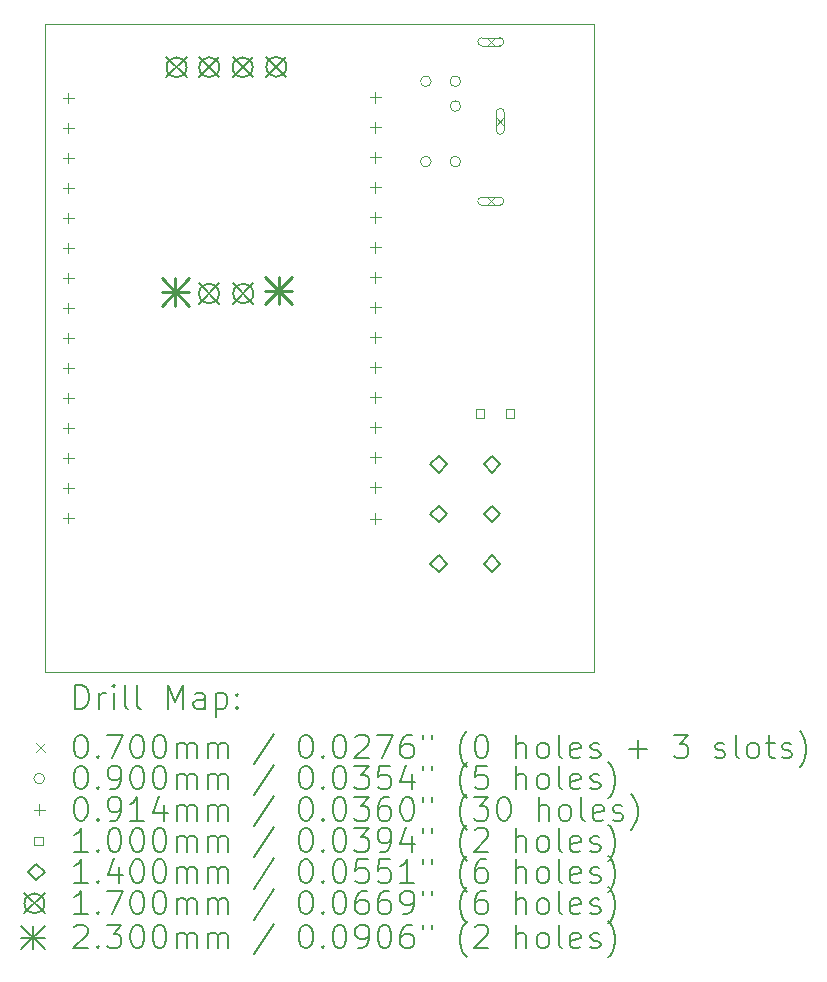
<source format=gbr>
%TF.GenerationSoftware,KiCad,Pcbnew,8.0.2-1*%
%TF.CreationDate,2025-02-24T08:21:49+03:00*%
%TF.ProjectId,PFC_CAN,5046435f-4341-44e2-9e6b-696361645f70,rev?*%
%TF.SameCoordinates,Original*%
%TF.FileFunction,Drillmap*%
%TF.FilePolarity,Positive*%
%FSLAX45Y45*%
G04 Gerber Fmt 4.5, Leading zero omitted, Abs format (unit mm)*
G04 Created by KiCad (PCBNEW 8.0.2-1) date 2025-02-24 08:21:49*
%MOMM*%
%LPD*%
G01*
G04 APERTURE LIST*
%ADD10C,0.050000*%
%ADD11C,0.200000*%
%ADD12C,0.100000*%
%ADD13C,0.140000*%
%ADD14C,0.170000*%
%ADD15C,0.230000*%
G04 APERTURE END LIST*
D10*
X6731000Y-7442200D02*
X11379200Y-7442200D01*
X11379200Y-12928600D01*
X6731000Y-12928600D01*
X6731000Y-7442200D01*
D11*
D12*
X10471800Y-7560600D02*
X10541800Y-7630600D01*
X10541800Y-7560600D02*
X10471800Y-7630600D01*
X10431800Y-7630600D02*
X10581800Y-7630600D01*
X10581800Y-7560600D02*
G75*
G02*
X10581800Y-7630600I0J-35000D01*
G01*
X10581800Y-7560600D02*
X10431800Y-7560600D01*
X10431800Y-7560600D02*
G75*
G03*
X10431800Y-7630600I0J-35000D01*
G01*
X10471800Y-8910600D02*
X10541800Y-8980600D01*
X10541800Y-8910600D02*
X10471800Y-8980600D01*
X10431800Y-8980600D02*
X10581800Y-8980600D01*
X10581800Y-8910600D02*
G75*
G02*
X10581800Y-8980600I0J-35000D01*
G01*
X10581800Y-8910600D02*
X10431800Y-8910600D01*
X10431800Y-8910600D02*
G75*
G03*
X10431800Y-8980600I0J-35000D01*
G01*
X10551800Y-8235600D02*
X10621800Y-8305600D01*
X10621800Y-8235600D02*
X10551800Y-8305600D01*
X10621800Y-8345600D02*
X10621800Y-8195600D01*
X10551800Y-8195600D02*
G75*
G02*
X10621800Y-8195600I35000J0D01*
G01*
X10551800Y-8195600D02*
X10551800Y-8345600D01*
X10551800Y-8345600D02*
G75*
G03*
X10621800Y-8345600I35000J0D01*
G01*
X10001800Y-7930600D02*
G75*
G02*
X9911800Y-7930600I-45000J0D01*
G01*
X9911800Y-7930600D02*
G75*
G02*
X10001800Y-7930600I45000J0D01*
G01*
X10001800Y-8610600D02*
G75*
G02*
X9911800Y-8610600I-45000J0D01*
G01*
X9911800Y-8610600D02*
G75*
G02*
X10001800Y-8610600I45000J0D01*
G01*
X10251800Y-7930600D02*
G75*
G02*
X10161800Y-7930600I-45000J0D01*
G01*
X10161800Y-7930600D02*
G75*
G02*
X10251800Y-7930600I45000J0D01*
G01*
X10251800Y-8140600D02*
G75*
G02*
X10161800Y-8140600I-45000J0D01*
G01*
X10161800Y-8140600D02*
G75*
G02*
X10251800Y-8140600I45000J0D01*
G01*
X10251800Y-8610600D02*
G75*
G02*
X10161800Y-8610600I-45000J0D01*
G01*
X10161800Y-8610600D02*
G75*
G02*
X10251800Y-8610600I45000J0D01*
G01*
X6929600Y-8027200D02*
X6929600Y-8118640D01*
X6883880Y-8072920D02*
X6975320Y-8072920D01*
X6929600Y-8281200D02*
X6929600Y-8372640D01*
X6883880Y-8326920D02*
X6975320Y-8326920D01*
X6929600Y-8535200D02*
X6929600Y-8626640D01*
X6883880Y-8580920D02*
X6975320Y-8580920D01*
X6929600Y-8789200D02*
X6929600Y-8880640D01*
X6883880Y-8834920D02*
X6975320Y-8834920D01*
X6929600Y-9043200D02*
X6929600Y-9134640D01*
X6883880Y-9088920D02*
X6975320Y-9088920D01*
X6929600Y-9297200D02*
X6929600Y-9388640D01*
X6883880Y-9342920D02*
X6975320Y-9342920D01*
X6929600Y-9551200D02*
X6929600Y-9642640D01*
X6883880Y-9596920D02*
X6975320Y-9596920D01*
X6929600Y-9805200D02*
X6929600Y-9896640D01*
X6883880Y-9850920D02*
X6975320Y-9850920D01*
X6929600Y-10059200D02*
X6929600Y-10150640D01*
X6883880Y-10104920D02*
X6975320Y-10104920D01*
X6929600Y-10313200D02*
X6929600Y-10404640D01*
X6883880Y-10358920D02*
X6975320Y-10358920D01*
X6929600Y-10567200D02*
X6929600Y-10658640D01*
X6883880Y-10612920D02*
X6975320Y-10612920D01*
X6929600Y-10821200D02*
X6929600Y-10912640D01*
X6883880Y-10866920D02*
X6975320Y-10866920D01*
X6929600Y-11075200D02*
X6929600Y-11166640D01*
X6883880Y-11120920D02*
X6975320Y-11120920D01*
X6929600Y-11329200D02*
X6929600Y-11420640D01*
X6883880Y-11374920D02*
X6975320Y-11374920D01*
X6929600Y-11583200D02*
X6929600Y-11674640D01*
X6883880Y-11628920D02*
X6975320Y-11628920D01*
X9529600Y-8021280D02*
X9529600Y-8112720D01*
X9483880Y-8067000D02*
X9575320Y-8067000D01*
X9529600Y-8275280D02*
X9529600Y-8366720D01*
X9483880Y-8321000D02*
X9575320Y-8321000D01*
X9529600Y-8529280D02*
X9529600Y-8620720D01*
X9483880Y-8575000D02*
X9575320Y-8575000D01*
X9529600Y-8783280D02*
X9529600Y-8874720D01*
X9483880Y-8829000D02*
X9575320Y-8829000D01*
X9529600Y-9037280D02*
X9529600Y-9128720D01*
X9483880Y-9083000D02*
X9575320Y-9083000D01*
X9529600Y-9291280D02*
X9529600Y-9382720D01*
X9483880Y-9337000D02*
X9575320Y-9337000D01*
X9529600Y-9545280D02*
X9529600Y-9636720D01*
X9483880Y-9591000D02*
X9575320Y-9591000D01*
X9529600Y-9799280D02*
X9529600Y-9890720D01*
X9483880Y-9845000D02*
X9575320Y-9845000D01*
X9529600Y-10053280D02*
X9529600Y-10144720D01*
X9483880Y-10099000D02*
X9575320Y-10099000D01*
X9529600Y-10307280D02*
X9529600Y-10398720D01*
X9483880Y-10353000D02*
X9575320Y-10353000D01*
X9529600Y-10561280D02*
X9529600Y-10652720D01*
X9483880Y-10607000D02*
X9575320Y-10607000D01*
X9529600Y-10815280D02*
X9529600Y-10906720D01*
X9483880Y-10861000D02*
X9575320Y-10861000D01*
X9529600Y-11069280D02*
X9529600Y-11160720D01*
X9483880Y-11115000D02*
X9575320Y-11115000D01*
X9529600Y-11323280D02*
X9529600Y-11414720D01*
X9483880Y-11369000D02*
X9575320Y-11369000D01*
X9529600Y-11589980D02*
X9529600Y-11681420D01*
X9483880Y-11635700D02*
X9575320Y-11635700D01*
X10449856Y-10779556D02*
X10449856Y-10708844D01*
X10379144Y-10708844D01*
X10379144Y-10779556D01*
X10449856Y-10779556D01*
X10703856Y-10779556D02*
X10703856Y-10708844D01*
X10633144Y-10708844D01*
X10633144Y-10779556D01*
X10703856Y-10779556D01*
D13*
X10065600Y-11244200D02*
X10135600Y-11174200D01*
X10065600Y-11104200D01*
X9995600Y-11174200D01*
X10065600Y-11244200D01*
X10065600Y-12084200D02*
X10135600Y-12014200D01*
X10065600Y-11944200D01*
X9995600Y-12014200D01*
X10065600Y-12084200D01*
X10065600Y-11664200D02*
X10135600Y-11594200D01*
X10065600Y-11524200D01*
X9995600Y-11594200D01*
X10065600Y-11664200D01*
X10515600Y-11664200D02*
X10585600Y-11594200D01*
X10515600Y-11524200D01*
X10445600Y-11594200D01*
X10515600Y-11664200D01*
X10515600Y-11244200D02*
X10585600Y-11174200D01*
X10515600Y-11104200D01*
X10445600Y-11174200D01*
X10515600Y-11244200D01*
X10515600Y-12084200D02*
X10585600Y-12014200D01*
X10515600Y-11944200D01*
X10445600Y-12014200D01*
X10515600Y-12084200D01*
D14*
X7761200Y-7727800D02*
X7931200Y-7897800D01*
X7931200Y-7727800D02*
X7761200Y-7897800D01*
X7931200Y-7812800D02*
G75*
G02*
X7761200Y-7812800I-85000J0D01*
G01*
X7761200Y-7812800D02*
G75*
G02*
X7931200Y-7812800I85000J0D01*
G01*
X8036200Y-9642800D02*
X8206200Y-9812800D01*
X8206200Y-9642800D02*
X8036200Y-9812800D01*
X8206200Y-9727800D02*
G75*
G02*
X8036200Y-9727800I-85000J0D01*
G01*
X8036200Y-9727800D02*
G75*
G02*
X8206200Y-9727800I85000J0D01*
G01*
X8038200Y-7726800D02*
X8208200Y-7896800D01*
X8208200Y-7726800D02*
X8038200Y-7896800D01*
X8208200Y-7811800D02*
G75*
G02*
X8038200Y-7811800I-85000J0D01*
G01*
X8038200Y-7811800D02*
G75*
G02*
X8208200Y-7811800I85000J0D01*
G01*
X8321200Y-7727800D02*
X8491200Y-7897800D01*
X8491200Y-7727800D02*
X8321200Y-7897800D01*
X8491200Y-7812800D02*
G75*
G02*
X8321200Y-7812800I-85000J0D01*
G01*
X8321200Y-7812800D02*
G75*
G02*
X8491200Y-7812800I85000J0D01*
G01*
X8326200Y-9642800D02*
X8496200Y-9812800D01*
X8496200Y-9642800D02*
X8326200Y-9812800D01*
X8496200Y-9727800D02*
G75*
G02*
X8326200Y-9727800I-85000J0D01*
G01*
X8326200Y-9727800D02*
G75*
G02*
X8496200Y-9727800I85000J0D01*
G01*
X8606200Y-7722800D02*
X8776200Y-7892800D01*
X8776200Y-7722800D02*
X8606200Y-7892800D01*
X8776200Y-7807800D02*
G75*
G02*
X8606200Y-7807800I-85000J0D01*
G01*
X8606200Y-7807800D02*
G75*
G02*
X8776200Y-7807800I85000J0D01*
G01*
D15*
X7719200Y-9599800D02*
X7949200Y-9829800D01*
X7949200Y-9599800D02*
X7719200Y-9829800D01*
X7834200Y-9599800D02*
X7834200Y-9829800D01*
X7719200Y-9714800D02*
X7949200Y-9714800D01*
X8597200Y-9587800D02*
X8827200Y-9817800D01*
X8827200Y-9587800D02*
X8597200Y-9817800D01*
X8712200Y-9587800D02*
X8712200Y-9817800D01*
X8597200Y-9702800D02*
X8827200Y-9702800D01*
D11*
X6989277Y-13242584D02*
X6989277Y-13042584D01*
X6989277Y-13042584D02*
X7036896Y-13042584D01*
X7036896Y-13042584D02*
X7065467Y-13052108D01*
X7065467Y-13052108D02*
X7084515Y-13071155D01*
X7084515Y-13071155D02*
X7094039Y-13090203D01*
X7094039Y-13090203D02*
X7103562Y-13128298D01*
X7103562Y-13128298D02*
X7103562Y-13156869D01*
X7103562Y-13156869D02*
X7094039Y-13194965D01*
X7094039Y-13194965D02*
X7084515Y-13214012D01*
X7084515Y-13214012D02*
X7065467Y-13233060D01*
X7065467Y-13233060D02*
X7036896Y-13242584D01*
X7036896Y-13242584D02*
X6989277Y-13242584D01*
X7189277Y-13242584D02*
X7189277Y-13109250D01*
X7189277Y-13147346D02*
X7198801Y-13128298D01*
X7198801Y-13128298D02*
X7208324Y-13118774D01*
X7208324Y-13118774D02*
X7227372Y-13109250D01*
X7227372Y-13109250D02*
X7246420Y-13109250D01*
X7313086Y-13242584D02*
X7313086Y-13109250D01*
X7313086Y-13042584D02*
X7303562Y-13052108D01*
X7303562Y-13052108D02*
X7313086Y-13061631D01*
X7313086Y-13061631D02*
X7322610Y-13052108D01*
X7322610Y-13052108D02*
X7313086Y-13042584D01*
X7313086Y-13042584D02*
X7313086Y-13061631D01*
X7436896Y-13242584D02*
X7417848Y-13233060D01*
X7417848Y-13233060D02*
X7408324Y-13214012D01*
X7408324Y-13214012D02*
X7408324Y-13042584D01*
X7541658Y-13242584D02*
X7522610Y-13233060D01*
X7522610Y-13233060D02*
X7513086Y-13214012D01*
X7513086Y-13214012D02*
X7513086Y-13042584D01*
X7770229Y-13242584D02*
X7770229Y-13042584D01*
X7770229Y-13042584D02*
X7836896Y-13185441D01*
X7836896Y-13185441D02*
X7903562Y-13042584D01*
X7903562Y-13042584D02*
X7903562Y-13242584D01*
X8084515Y-13242584D02*
X8084515Y-13137822D01*
X8084515Y-13137822D02*
X8074991Y-13118774D01*
X8074991Y-13118774D02*
X8055943Y-13109250D01*
X8055943Y-13109250D02*
X8017848Y-13109250D01*
X8017848Y-13109250D02*
X7998801Y-13118774D01*
X8084515Y-13233060D02*
X8065467Y-13242584D01*
X8065467Y-13242584D02*
X8017848Y-13242584D01*
X8017848Y-13242584D02*
X7998801Y-13233060D01*
X7998801Y-13233060D02*
X7989277Y-13214012D01*
X7989277Y-13214012D02*
X7989277Y-13194965D01*
X7989277Y-13194965D02*
X7998801Y-13175917D01*
X7998801Y-13175917D02*
X8017848Y-13166393D01*
X8017848Y-13166393D02*
X8065467Y-13166393D01*
X8065467Y-13166393D02*
X8084515Y-13156869D01*
X8179753Y-13109250D02*
X8179753Y-13309250D01*
X8179753Y-13118774D02*
X8198801Y-13109250D01*
X8198801Y-13109250D02*
X8236896Y-13109250D01*
X8236896Y-13109250D02*
X8255943Y-13118774D01*
X8255943Y-13118774D02*
X8265467Y-13128298D01*
X8265467Y-13128298D02*
X8274991Y-13147346D01*
X8274991Y-13147346D02*
X8274991Y-13204488D01*
X8274991Y-13204488D02*
X8265467Y-13223536D01*
X8265467Y-13223536D02*
X8255943Y-13233060D01*
X8255943Y-13233060D02*
X8236896Y-13242584D01*
X8236896Y-13242584D02*
X8198801Y-13242584D01*
X8198801Y-13242584D02*
X8179753Y-13233060D01*
X8360705Y-13223536D02*
X8370229Y-13233060D01*
X8370229Y-13233060D02*
X8360705Y-13242584D01*
X8360705Y-13242584D02*
X8351182Y-13233060D01*
X8351182Y-13233060D02*
X8360705Y-13223536D01*
X8360705Y-13223536D02*
X8360705Y-13242584D01*
X8360705Y-13118774D02*
X8370229Y-13128298D01*
X8370229Y-13128298D02*
X8360705Y-13137822D01*
X8360705Y-13137822D02*
X8351182Y-13128298D01*
X8351182Y-13128298D02*
X8360705Y-13118774D01*
X8360705Y-13118774D02*
X8360705Y-13137822D01*
D12*
X6658500Y-13536100D02*
X6728500Y-13606100D01*
X6728500Y-13536100D02*
X6658500Y-13606100D01*
D11*
X7027372Y-13462584D02*
X7046420Y-13462584D01*
X7046420Y-13462584D02*
X7065467Y-13472108D01*
X7065467Y-13472108D02*
X7074991Y-13481631D01*
X7074991Y-13481631D02*
X7084515Y-13500679D01*
X7084515Y-13500679D02*
X7094039Y-13538774D01*
X7094039Y-13538774D02*
X7094039Y-13586393D01*
X7094039Y-13586393D02*
X7084515Y-13624488D01*
X7084515Y-13624488D02*
X7074991Y-13643536D01*
X7074991Y-13643536D02*
X7065467Y-13653060D01*
X7065467Y-13653060D02*
X7046420Y-13662584D01*
X7046420Y-13662584D02*
X7027372Y-13662584D01*
X7027372Y-13662584D02*
X7008324Y-13653060D01*
X7008324Y-13653060D02*
X6998801Y-13643536D01*
X6998801Y-13643536D02*
X6989277Y-13624488D01*
X6989277Y-13624488D02*
X6979753Y-13586393D01*
X6979753Y-13586393D02*
X6979753Y-13538774D01*
X6979753Y-13538774D02*
X6989277Y-13500679D01*
X6989277Y-13500679D02*
X6998801Y-13481631D01*
X6998801Y-13481631D02*
X7008324Y-13472108D01*
X7008324Y-13472108D02*
X7027372Y-13462584D01*
X7179753Y-13643536D02*
X7189277Y-13653060D01*
X7189277Y-13653060D02*
X7179753Y-13662584D01*
X7179753Y-13662584D02*
X7170229Y-13653060D01*
X7170229Y-13653060D02*
X7179753Y-13643536D01*
X7179753Y-13643536D02*
X7179753Y-13662584D01*
X7255943Y-13462584D02*
X7389277Y-13462584D01*
X7389277Y-13462584D02*
X7303562Y-13662584D01*
X7503562Y-13462584D02*
X7522610Y-13462584D01*
X7522610Y-13462584D02*
X7541658Y-13472108D01*
X7541658Y-13472108D02*
X7551182Y-13481631D01*
X7551182Y-13481631D02*
X7560705Y-13500679D01*
X7560705Y-13500679D02*
X7570229Y-13538774D01*
X7570229Y-13538774D02*
X7570229Y-13586393D01*
X7570229Y-13586393D02*
X7560705Y-13624488D01*
X7560705Y-13624488D02*
X7551182Y-13643536D01*
X7551182Y-13643536D02*
X7541658Y-13653060D01*
X7541658Y-13653060D02*
X7522610Y-13662584D01*
X7522610Y-13662584D02*
X7503562Y-13662584D01*
X7503562Y-13662584D02*
X7484515Y-13653060D01*
X7484515Y-13653060D02*
X7474991Y-13643536D01*
X7474991Y-13643536D02*
X7465467Y-13624488D01*
X7465467Y-13624488D02*
X7455943Y-13586393D01*
X7455943Y-13586393D02*
X7455943Y-13538774D01*
X7455943Y-13538774D02*
X7465467Y-13500679D01*
X7465467Y-13500679D02*
X7474991Y-13481631D01*
X7474991Y-13481631D02*
X7484515Y-13472108D01*
X7484515Y-13472108D02*
X7503562Y-13462584D01*
X7694039Y-13462584D02*
X7713086Y-13462584D01*
X7713086Y-13462584D02*
X7732134Y-13472108D01*
X7732134Y-13472108D02*
X7741658Y-13481631D01*
X7741658Y-13481631D02*
X7751182Y-13500679D01*
X7751182Y-13500679D02*
X7760705Y-13538774D01*
X7760705Y-13538774D02*
X7760705Y-13586393D01*
X7760705Y-13586393D02*
X7751182Y-13624488D01*
X7751182Y-13624488D02*
X7741658Y-13643536D01*
X7741658Y-13643536D02*
X7732134Y-13653060D01*
X7732134Y-13653060D02*
X7713086Y-13662584D01*
X7713086Y-13662584D02*
X7694039Y-13662584D01*
X7694039Y-13662584D02*
X7674991Y-13653060D01*
X7674991Y-13653060D02*
X7665467Y-13643536D01*
X7665467Y-13643536D02*
X7655943Y-13624488D01*
X7655943Y-13624488D02*
X7646420Y-13586393D01*
X7646420Y-13586393D02*
X7646420Y-13538774D01*
X7646420Y-13538774D02*
X7655943Y-13500679D01*
X7655943Y-13500679D02*
X7665467Y-13481631D01*
X7665467Y-13481631D02*
X7674991Y-13472108D01*
X7674991Y-13472108D02*
X7694039Y-13462584D01*
X7846420Y-13662584D02*
X7846420Y-13529250D01*
X7846420Y-13548298D02*
X7855943Y-13538774D01*
X7855943Y-13538774D02*
X7874991Y-13529250D01*
X7874991Y-13529250D02*
X7903563Y-13529250D01*
X7903563Y-13529250D02*
X7922610Y-13538774D01*
X7922610Y-13538774D02*
X7932134Y-13557822D01*
X7932134Y-13557822D02*
X7932134Y-13662584D01*
X7932134Y-13557822D02*
X7941658Y-13538774D01*
X7941658Y-13538774D02*
X7960705Y-13529250D01*
X7960705Y-13529250D02*
X7989277Y-13529250D01*
X7989277Y-13529250D02*
X8008324Y-13538774D01*
X8008324Y-13538774D02*
X8017848Y-13557822D01*
X8017848Y-13557822D02*
X8017848Y-13662584D01*
X8113086Y-13662584D02*
X8113086Y-13529250D01*
X8113086Y-13548298D02*
X8122610Y-13538774D01*
X8122610Y-13538774D02*
X8141658Y-13529250D01*
X8141658Y-13529250D02*
X8170229Y-13529250D01*
X8170229Y-13529250D02*
X8189277Y-13538774D01*
X8189277Y-13538774D02*
X8198801Y-13557822D01*
X8198801Y-13557822D02*
X8198801Y-13662584D01*
X8198801Y-13557822D02*
X8208324Y-13538774D01*
X8208324Y-13538774D02*
X8227372Y-13529250D01*
X8227372Y-13529250D02*
X8255943Y-13529250D01*
X8255943Y-13529250D02*
X8274991Y-13538774D01*
X8274991Y-13538774D02*
X8284515Y-13557822D01*
X8284515Y-13557822D02*
X8284515Y-13662584D01*
X8674991Y-13453060D02*
X8503563Y-13710203D01*
X8932134Y-13462584D02*
X8951182Y-13462584D01*
X8951182Y-13462584D02*
X8970229Y-13472108D01*
X8970229Y-13472108D02*
X8979753Y-13481631D01*
X8979753Y-13481631D02*
X8989277Y-13500679D01*
X8989277Y-13500679D02*
X8998801Y-13538774D01*
X8998801Y-13538774D02*
X8998801Y-13586393D01*
X8998801Y-13586393D02*
X8989277Y-13624488D01*
X8989277Y-13624488D02*
X8979753Y-13643536D01*
X8979753Y-13643536D02*
X8970229Y-13653060D01*
X8970229Y-13653060D02*
X8951182Y-13662584D01*
X8951182Y-13662584D02*
X8932134Y-13662584D01*
X8932134Y-13662584D02*
X8913087Y-13653060D01*
X8913087Y-13653060D02*
X8903563Y-13643536D01*
X8903563Y-13643536D02*
X8894039Y-13624488D01*
X8894039Y-13624488D02*
X8884515Y-13586393D01*
X8884515Y-13586393D02*
X8884515Y-13538774D01*
X8884515Y-13538774D02*
X8894039Y-13500679D01*
X8894039Y-13500679D02*
X8903563Y-13481631D01*
X8903563Y-13481631D02*
X8913087Y-13472108D01*
X8913087Y-13472108D02*
X8932134Y-13462584D01*
X9084515Y-13643536D02*
X9094039Y-13653060D01*
X9094039Y-13653060D02*
X9084515Y-13662584D01*
X9084515Y-13662584D02*
X9074991Y-13653060D01*
X9074991Y-13653060D02*
X9084515Y-13643536D01*
X9084515Y-13643536D02*
X9084515Y-13662584D01*
X9217848Y-13462584D02*
X9236896Y-13462584D01*
X9236896Y-13462584D02*
X9255944Y-13472108D01*
X9255944Y-13472108D02*
X9265468Y-13481631D01*
X9265468Y-13481631D02*
X9274991Y-13500679D01*
X9274991Y-13500679D02*
X9284515Y-13538774D01*
X9284515Y-13538774D02*
X9284515Y-13586393D01*
X9284515Y-13586393D02*
X9274991Y-13624488D01*
X9274991Y-13624488D02*
X9265468Y-13643536D01*
X9265468Y-13643536D02*
X9255944Y-13653060D01*
X9255944Y-13653060D02*
X9236896Y-13662584D01*
X9236896Y-13662584D02*
X9217848Y-13662584D01*
X9217848Y-13662584D02*
X9198801Y-13653060D01*
X9198801Y-13653060D02*
X9189277Y-13643536D01*
X9189277Y-13643536D02*
X9179753Y-13624488D01*
X9179753Y-13624488D02*
X9170229Y-13586393D01*
X9170229Y-13586393D02*
X9170229Y-13538774D01*
X9170229Y-13538774D02*
X9179753Y-13500679D01*
X9179753Y-13500679D02*
X9189277Y-13481631D01*
X9189277Y-13481631D02*
X9198801Y-13472108D01*
X9198801Y-13472108D02*
X9217848Y-13462584D01*
X9360706Y-13481631D02*
X9370229Y-13472108D01*
X9370229Y-13472108D02*
X9389277Y-13462584D01*
X9389277Y-13462584D02*
X9436896Y-13462584D01*
X9436896Y-13462584D02*
X9455944Y-13472108D01*
X9455944Y-13472108D02*
X9465468Y-13481631D01*
X9465468Y-13481631D02*
X9474991Y-13500679D01*
X9474991Y-13500679D02*
X9474991Y-13519727D01*
X9474991Y-13519727D02*
X9465468Y-13548298D01*
X9465468Y-13548298D02*
X9351182Y-13662584D01*
X9351182Y-13662584D02*
X9474991Y-13662584D01*
X9541658Y-13462584D02*
X9674991Y-13462584D01*
X9674991Y-13462584D02*
X9589277Y-13662584D01*
X9836896Y-13462584D02*
X9798801Y-13462584D01*
X9798801Y-13462584D02*
X9779753Y-13472108D01*
X9779753Y-13472108D02*
X9770229Y-13481631D01*
X9770229Y-13481631D02*
X9751182Y-13510203D01*
X9751182Y-13510203D02*
X9741658Y-13548298D01*
X9741658Y-13548298D02*
X9741658Y-13624488D01*
X9741658Y-13624488D02*
X9751182Y-13643536D01*
X9751182Y-13643536D02*
X9760706Y-13653060D01*
X9760706Y-13653060D02*
X9779753Y-13662584D01*
X9779753Y-13662584D02*
X9817849Y-13662584D01*
X9817849Y-13662584D02*
X9836896Y-13653060D01*
X9836896Y-13653060D02*
X9846420Y-13643536D01*
X9846420Y-13643536D02*
X9855944Y-13624488D01*
X9855944Y-13624488D02*
X9855944Y-13576869D01*
X9855944Y-13576869D02*
X9846420Y-13557822D01*
X9846420Y-13557822D02*
X9836896Y-13548298D01*
X9836896Y-13548298D02*
X9817849Y-13538774D01*
X9817849Y-13538774D02*
X9779753Y-13538774D01*
X9779753Y-13538774D02*
X9760706Y-13548298D01*
X9760706Y-13548298D02*
X9751182Y-13557822D01*
X9751182Y-13557822D02*
X9741658Y-13576869D01*
X9932134Y-13462584D02*
X9932134Y-13500679D01*
X10008325Y-13462584D02*
X10008325Y-13500679D01*
X10303563Y-13738774D02*
X10294039Y-13729250D01*
X10294039Y-13729250D02*
X10274991Y-13700679D01*
X10274991Y-13700679D02*
X10265468Y-13681631D01*
X10265468Y-13681631D02*
X10255944Y-13653060D01*
X10255944Y-13653060D02*
X10246420Y-13605441D01*
X10246420Y-13605441D02*
X10246420Y-13567346D01*
X10246420Y-13567346D02*
X10255944Y-13519727D01*
X10255944Y-13519727D02*
X10265468Y-13491155D01*
X10265468Y-13491155D02*
X10274991Y-13472108D01*
X10274991Y-13472108D02*
X10294039Y-13443536D01*
X10294039Y-13443536D02*
X10303563Y-13434012D01*
X10417849Y-13462584D02*
X10436896Y-13462584D01*
X10436896Y-13462584D02*
X10455944Y-13472108D01*
X10455944Y-13472108D02*
X10465468Y-13481631D01*
X10465468Y-13481631D02*
X10474991Y-13500679D01*
X10474991Y-13500679D02*
X10484515Y-13538774D01*
X10484515Y-13538774D02*
X10484515Y-13586393D01*
X10484515Y-13586393D02*
X10474991Y-13624488D01*
X10474991Y-13624488D02*
X10465468Y-13643536D01*
X10465468Y-13643536D02*
X10455944Y-13653060D01*
X10455944Y-13653060D02*
X10436896Y-13662584D01*
X10436896Y-13662584D02*
X10417849Y-13662584D01*
X10417849Y-13662584D02*
X10398801Y-13653060D01*
X10398801Y-13653060D02*
X10389277Y-13643536D01*
X10389277Y-13643536D02*
X10379753Y-13624488D01*
X10379753Y-13624488D02*
X10370230Y-13586393D01*
X10370230Y-13586393D02*
X10370230Y-13538774D01*
X10370230Y-13538774D02*
X10379753Y-13500679D01*
X10379753Y-13500679D02*
X10389277Y-13481631D01*
X10389277Y-13481631D02*
X10398801Y-13472108D01*
X10398801Y-13472108D02*
X10417849Y-13462584D01*
X10722611Y-13662584D02*
X10722611Y-13462584D01*
X10808325Y-13662584D02*
X10808325Y-13557822D01*
X10808325Y-13557822D02*
X10798801Y-13538774D01*
X10798801Y-13538774D02*
X10779753Y-13529250D01*
X10779753Y-13529250D02*
X10751182Y-13529250D01*
X10751182Y-13529250D02*
X10732134Y-13538774D01*
X10732134Y-13538774D02*
X10722611Y-13548298D01*
X10932134Y-13662584D02*
X10913087Y-13653060D01*
X10913087Y-13653060D02*
X10903563Y-13643536D01*
X10903563Y-13643536D02*
X10894039Y-13624488D01*
X10894039Y-13624488D02*
X10894039Y-13567346D01*
X10894039Y-13567346D02*
X10903563Y-13548298D01*
X10903563Y-13548298D02*
X10913087Y-13538774D01*
X10913087Y-13538774D02*
X10932134Y-13529250D01*
X10932134Y-13529250D02*
X10960706Y-13529250D01*
X10960706Y-13529250D02*
X10979753Y-13538774D01*
X10979753Y-13538774D02*
X10989277Y-13548298D01*
X10989277Y-13548298D02*
X10998801Y-13567346D01*
X10998801Y-13567346D02*
X10998801Y-13624488D01*
X10998801Y-13624488D02*
X10989277Y-13643536D01*
X10989277Y-13643536D02*
X10979753Y-13653060D01*
X10979753Y-13653060D02*
X10960706Y-13662584D01*
X10960706Y-13662584D02*
X10932134Y-13662584D01*
X11113087Y-13662584D02*
X11094039Y-13653060D01*
X11094039Y-13653060D02*
X11084515Y-13634012D01*
X11084515Y-13634012D02*
X11084515Y-13462584D01*
X11265468Y-13653060D02*
X11246420Y-13662584D01*
X11246420Y-13662584D02*
X11208325Y-13662584D01*
X11208325Y-13662584D02*
X11189277Y-13653060D01*
X11189277Y-13653060D02*
X11179753Y-13634012D01*
X11179753Y-13634012D02*
X11179753Y-13557822D01*
X11179753Y-13557822D02*
X11189277Y-13538774D01*
X11189277Y-13538774D02*
X11208325Y-13529250D01*
X11208325Y-13529250D02*
X11246420Y-13529250D01*
X11246420Y-13529250D02*
X11265468Y-13538774D01*
X11265468Y-13538774D02*
X11274991Y-13557822D01*
X11274991Y-13557822D02*
X11274991Y-13576869D01*
X11274991Y-13576869D02*
X11179753Y-13595917D01*
X11351182Y-13653060D02*
X11370230Y-13662584D01*
X11370230Y-13662584D02*
X11408325Y-13662584D01*
X11408325Y-13662584D02*
X11427372Y-13653060D01*
X11427372Y-13653060D02*
X11436896Y-13634012D01*
X11436896Y-13634012D02*
X11436896Y-13624488D01*
X11436896Y-13624488D02*
X11427372Y-13605441D01*
X11427372Y-13605441D02*
X11408325Y-13595917D01*
X11408325Y-13595917D02*
X11379753Y-13595917D01*
X11379753Y-13595917D02*
X11360706Y-13586393D01*
X11360706Y-13586393D02*
X11351182Y-13567346D01*
X11351182Y-13567346D02*
X11351182Y-13557822D01*
X11351182Y-13557822D02*
X11360706Y-13538774D01*
X11360706Y-13538774D02*
X11379753Y-13529250D01*
X11379753Y-13529250D02*
X11408325Y-13529250D01*
X11408325Y-13529250D02*
X11427372Y-13538774D01*
X11674992Y-13586393D02*
X11827373Y-13586393D01*
X11751182Y-13662584D02*
X11751182Y-13510203D01*
X12055944Y-13462584D02*
X12179753Y-13462584D01*
X12179753Y-13462584D02*
X12113087Y-13538774D01*
X12113087Y-13538774D02*
X12141658Y-13538774D01*
X12141658Y-13538774D02*
X12160706Y-13548298D01*
X12160706Y-13548298D02*
X12170230Y-13557822D01*
X12170230Y-13557822D02*
X12179753Y-13576869D01*
X12179753Y-13576869D02*
X12179753Y-13624488D01*
X12179753Y-13624488D02*
X12170230Y-13643536D01*
X12170230Y-13643536D02*
X12160706Y-13653060D01*
X12160706Y-13653060D02*
X12141658Y-13662584D01*
X12141658Y-13662584D02*
X12084515Y-13662584D01*
X12084515Y-13662584D02*
X12065468Y-13653060D01*
X12065468Y-13653060D02*
X12055944Y-13643536D01*
X12408325Y-13653060D02*
X12427373Y-13662584D01*
X12427373Y-13662584D02*
X12465468Y-13662584D01*
X12465468Y-13662584D02*
X12484515Y-13653060D01*
X12484515Y-13653060D02*
X12494039Y-13634012D01*
X12494039Y-13634012D02*
X12494039Y-13624488D01*
X12494039Y-13624488D02*
X12484515Y-13605441D01*
X12484515Y-13605441D02*
X12465468Y-13595917D01*
X12465468Y-13595917D02*
X12436896Y-13595917D01*
X12436896Y-13595917D02*
X12417849Y-13586393D01*
X12417849Y-13586393D02*
X12408325Y-13567346D01*
X12408325Y-13567346D02*
X12408325Y-13557822D01*
X12408325Y-13557822D02*
X12417849Y-13538774D01*
X12417849Y-13538774D02*
X12436896Y-13529250D01*
X12436896Y-13529250D02*
X12465468Y-13529250D01*
X12465468Y-13529250D02*
X12484515Y-13538774D01*
X12608325Y-13662584D02*
X12589277Y-13653060D01*
X12589277Y-13653060D02*
X12579754Y-13634012D01*
X12579754Y-13634012D02*
X12579754Y-13462584D01*
X12713087Y-13662584D02*
X12694039Y-13653060D01*
X12694039Y-13653060D02*
X12684515Y-13643536D01*
X12684515Y-13643536D02*
X12674992Y-13624488D01*
X12674992Y-13624488D02*
X12674992Y-13567346D01*
X12674992Y-13567346D02*
X12684515Y-13548298D01*
X12684515Y-13548298D02*
X12694039Y-13538774D01*
X12694039Y-13538774D02*
X12713087Y-13529250D01*
X12713087Y-13529250D02*
X12741658Y-13529250D01*
X12741658Y-13529250D02*
X12760706Y-13538774D01*
X12760706Y-13538774D02*
X12770230Y-13548298D01*
X12770230Y-13548298D02*
X12779754Y-13567346D01*
X12779754Y-13567346D02*
X12779754Y-13624488D01*
X12779754Y-13624488D02*
X12770230Y-13643536D01*
X12770230Y-13643536D02*
X12760706Y-13653060D01*
X12760706Y-13653060D02*
X12741658Y-13662584D01*
X12741658Y-13662584D02*
X12713087Y-13662584D01*
X12836896Y-13529250D02*
X12913087Y-13529250D01*
X12865468Y-13462584D02*
X12865468Y-13634012D01*
X12865468Y-13634012D02*
X12874992Y-13653060D01*
X12874992Y-13653060D02*
X12894039Y-13662584D01*
X12894039Y-13662584D02*
X12913087Y-13662584D01*
X12970230Y-13653060D02*
X12989277Y-13662584D01*
X12989277Y-13662584D02*
X13027373Y-13662584D01*
X13027373Y-13662584D02*
X13046420Y-13653060D01*
X13046420Y-13653060D02*
X13055944Y-13634012D01*
X13055944Y-13634012D02*
X13055944Y-13624488D01*
X13055944Y-13624488D02*
X13046420Y-13605441D01*
X13046420Y-13605441D02*
X13027373Y-13595917D01*
X13027373Y-13595917D02*
X12998801Y-13595917D01*
X12998801Y-13595917D02*
X12979754Y-13586393D01*
X12979754Y-13586393D02*
X12970230Y-13567346D01*
X12970230Y-13567346D02*
X12970230Y-13557822D01*
X12970230Y-13557822D02*
X12979754Y-13538774D01*
X12979754Y-13538774D02*
X12998801Y-13529250D01*
X12998801Y-13529250D02*
X13027373Y-13529250D01*
X13027373Y-13529250D02*
X13046420Y-13538774D01*
X13122611Y-13738774D02*
X13132135Y-13729250D01*
X13132135Y-13729250D02*
X13151182Y-13700679D01*
X13151182Y-13700679D02*
X13160706Y-13681631D01*
X13160706Y-13681631D02*
X13170230Y-13653060D01*
X13170230Y-13653060D02*
X13179754Y-13605441D01*
X13179754Y-13605441D02*
X13179754Y-13567346D01*
X13179754Y-13567346D02*
X13170230Y-13519727D01*
X13170230Y-13519727D02*
X13160706Y-13491155D01*
X13160706Y-13491155D02*
X13151182Y-13472108D01*
X13151182Y-13472108D02*
X13132135Y-13443536D01*
X13132135Y-13443536D02*
X13122611Y-13434012D01*
D12*
X6728500Y-13835100D02*
G75*
G02*
X6638500Y-13835100I-45000J0D01*
G01*
X6638500Y-13835100D02*
G75*
G02*
X6728500Y-13835100I45000J0D01*
G01*
D11*
X7027372Y-13726584D02*
X7046420Y-13726584D01*
X7046420Y-13726584D02*
X7065467Y-13736108D01*
X7065467Y-13736108D02*
X7074991Y-13745631D01*
X7074991Y-13745631D02*
X7084515Y-13764679D01*
X7084515Y-13764679D02*
X7094039Y-13802774D01*
X7094039Y-13802774D02*
X7094039Y-13850393D01*
X7094039Y-13850393D02*
X7084515Y-13888488D01*
X7084515Y-13888488D02*
X7074991Y-13907536D01*
X7074991Y-13907536D02*
X7065467Y-13917060D01*
X7065467Y-13917060D02*
X7046420Y-13926584D01*
X7046420Y-13926584D02*
X7027372Y-13926584D01*
X7027372Y-13926584D02*
X7008324Y-13917060D01*
X7008324Y-13917060D02*
X6998801Y-13907536D01*
X6998801Y-13907536D02*
X6989277Y-13888488D01*
X6989277Y-13888488D02*
X6979753Y-13850393D01*
X6979753Y-13850393D02*
X6979753Y-13802774D01*
X6979753Y-13802774D02*
X6989277Y-13764679D01*
X6989277Y-13764679D02*
X6998801Y-13745631D01*
X6998801Y-13745631D02*
X7008324Y-13736108D01*
X7008324Y-13736108D02*
X7027372Y-13726584D01*
X7179753Y-13907536D02*
X7189277Y-13917060D01*
X7189277Y-13917060D02*
X7179753Y-13926584D01*
X7179753Y-13926584D02*
X7170229Y-13917060D01*
X7170229Y-13917060D02*
X7179753Y-13907536D01*
X7179753Y-13907536D02*
X7179753Y-13926584D01*
X7284515Y-13926584D02*
X7322610Y-13926584D01*
X7322610Y-13926584D02*
X7341658Y-13917060D01*
X7341658Y-13917060D02*
X7351182Y-13907536D01*
X7351182Y-13907536D02*
X7370229Y-13878965D01*
X7370229Y-13878965D02*
X7379753Y-13840869D01*
X7379753Y-13840869D02*
X7379753Y-13764679D01*
X7379753Y-13764679D02*
X7370229Y-13745631D01*
X7370229Y-13745631D02*
X7360705Y-13736108D01*
X7360705Y-13736108D02*
X7341658Y-13726584D01*
X7341658Y-13726584D02*
X7303562Y-13726584D01*
X7303562Y-13726584D02*
X7284515Y-13736108D01*
X7284515Y-13736108D02*
X7274991Y-13745631D01*
X7274991Y-13745631D02*
X7265467Y-13764679D01*
X7265467Y-13764679D02*
X7265467Y-13812298D01*
X7265467Y-13812298D02*
X7274991Y-13831346D01*
X7274991Y-13831346D02*
X7284515Y-13840869D01*
X7284515Y-13840869D02*
X7303562Y-13850393D01*
X7303562Y-13850393D02*
X7341658Y-13850393D01*
X7341658Y-13850393D02*
X7360705Y-13840869D01*
X7360705Y-13840869D02*
X7370229Y-13831346D01*
X7370229Y-13831346D02*
X7379753Y-13812298D01*
X7503562Y-13726584D02*
X7522610Y-13726584D01*
X7522610Y-13726584D02*
X7541658Y-13736108D01*
X7541658Y-13736108D02*
X7551182Y-13745631D01*
X7551182Y-13745631D02*
X7560705Y-13764679D01*
X7560705Y-13764679D02*
X7570229Y-13802774D01*
X7570229Y-13802774D02*
X7570229Y-13850393D01*
X7570229Y-13850393D02*
X7560705Y-13888488D01*
X7560705Y-13888488D02*
X7551182Y-13907536D01*
X7551182Y-13907536D02*
X7541658Y-13917060D01*
X7541658Y-13917060D02*
X7522610Y-13926584D01*
X7522610Y-13926584D02*
X7503562Y-13926584D01*
X7503562Y-13926584D02*
X7484515Y-13917060D01*
X7484515Y-13917060D02*
X7474991Y-13907536D01*
X7474991Y-13907536D02*
X7465467Y-13888488D01*
X7465467Y-13888488D02*
X7455943Y-13850393D01*
X7455943Y-13850393D02*
X7455943Y-13802774D01*
X7455943Y-13802774D02*
X7465467Y-13764679D01*
X7465467Y-13764679D02*
X7474991Y-13745631D01*
X7474991Y-13745631D02*
X7484515Y-13736108D01*
X7484515Y-13736108D02*
X7503562Y-13726584D01*
X7694039Y-13726584D02*
X7713086Y-13726584D01*
X7713086Y-13726584D02*
X7732134Y-13736108D01*
X7732134Y-13736108D02*
X7741658Y-13745631D01*
X7741658Y-13745631D02*
X7751182Y-13764679D01*
X7751182Y-13764679D02*
X7760705Y-13802774D01*
X7760705Y-13802774D02*
X7760705Y-13850393D01*
X7760705Y-13850393D02*
X7751182Y-13888488D01*
X7751182Y-13888488D02*
X7741658Y-13907536D01*
X7741658Y-13907536D02*
X7732134Y-13917060D01*
X7732134Y-13917060D02*
X7713086Y-13926584D01*
X7713086Y-13926584D02*
X7694039Y-13926584D01*
X7694039Y-13926584D02*
X7674991Y-13917060D01*
X7674991Y-13917060D02*
X7665467Y-13907536D01*
X7665467Y-13907536D02*
X7655943Y-13888488D01*
X7655943Y-13888488D02*
X7646420Y-13850393D01*
X7646420Y-13850393D02*
X7646420Y-13802774D01*
X7646420Y-13802774D02*
X7655943Y-13764679D01*
X7655943Y-13764679D02*
X7665467Y-13745631D01*
X7665467Y-13745631D02*
X7674991Y-13736108D01*
X7674991Y-13736108D02*
X7694039Y-13726584D01*
X7846420Y-13926584D02*
X7846420Y-13793250D01*
X7846420Y-13812298D02*
X7855943Y-13802774D01*
X7855943Y-13802774D02*
X7874991Y-13793250D01*
X7874991Y-13793250D02*
X7903563Y-13793250D01*
X7903563Y-13793250D02*
X7922610Y-13802774D01*
X7922610Y-13802774D02*
X7932134Y-13821822D01*
X7932134Y-13821822D02*
X7932134Y-13926584D01*
X7932134Y-13821822D02*
X7941658Y-13802774D01*
X7941658Y-13802774D02*
X7960705Y-13793250D01*
X7960705Y-13793250D02*
X7989277Y-13793250D01*
X7989277Y-13793250D02*
X8008324Y-13802774D01*
X8008324Y-13802774D02*
X8017848Y-13821822D01*
X8017848Y-13821822D02*
X8017848Y-13926584D01*
X8113086Y-13926584D02*
X8113086Y-13793250D01*
X8113086Y-13812298D02*
X8122610Y-13802774D01*
X8122610Y-13802774D02*
X8141658Y-13793250D01*
X8141658Y-13793250D02*
X8170229Y-13793250D01*
X8170229Y-13793250D02*
X8189277Y-13802774D01*
X8189277Y-13802774D02*
X8198801Y-13821822D01*
X8198801Y-13821822D02*
X8198801Y-13926584D01*
X8198801Y-13821822D02*
X8208324Y-13802774D01*
X8208324Y-13802774D02*
X8227372Y-13793250D01*
X8227372Y-13793250D02*
X8255943Y-13793250D01*
X8255943Y-13793250D02*
X8274991Y-13802774D01*
X8274991Y-13802774D02*
X8284515Y-13821822D01*
X8284515Y-13821822D02*
X8284515Y-13926584D01*
X8674991Y-13717060D02*
X8503563Y-13974203D01*
X8932134Y-13726584D02*
X8951182Y-13726584D01*
X8951182Y-13726584D02*
X8970229Y-13736108D01*
X8970229Y-13736108D02*
X8979753Y-13745631D01*
X8979753Y-13745631D02*
X8989277Y-13764679D01*
X8989277Y-13764679D02*
X8998801Y-13802774D01*
X8998801Y-13802774D02*
X8998801Y-13850393D01*
X8998801Y-13850393D02*
X8989277Y-13888488D01*
X8989277Y-13888488D02*
X8979753Y-13907536D01*
X8979753Y-13907536D02*
X8970229Y-13917060D01*
X8970229Y-13917060D02*
X8951182Y-13926584D01*
X8951182Y-13926584D02*
X8932134Y-13926584D01*
X8932134Y-13926584D02*
X8913087Y-13917060D01*
X8913087Y-13917060D02*
X8903563Y-13907536D01*
X8903563Y-13907536D02*
X8894039Y-13888488D01*
X8894039Y-13888488D02*
X8884515Y-13850393D01*
X8884515Y-13850393D02*
X8884515Y-13802774D01*
X8884515Y-13802774D02*
X8894039Y-13764679D01*
X8894039Y-13764679D02*
X8903563Y-13745631D01*
X8903563Y-13745631D02*
X8913087Y-13736108D01*
X8913087Y-13736108D02*
X8932134Y-13726584D01*
X9084515Y-13907536D02*
X9094039Y-13917060D01*
X9094039Y-13917060D02*
X9084515Y-13926584D01*
X9084515Y-13926584D02*
X9074991Y-13917060D01*
X9074991Y-13917060D02*
X9084515Y-13907536D01*
X9084515Y-13907536D02*
X9084515Y-13926584D01*
X9217848Y-13726584D02*
X9236896Y-13726584D01*
X9236896Y-13726584D02*
X9255944Y-13736108D01*
X9255944Y-13736108D02*
X9265468Y-13745631D01*
X9265468Y-13745631D02*
X9274991Y-13764679D01*
X9274991Y-13764679D02*
X9284515Y-13802774D01*
X9284515Y-13802774D02*
X9284515Y-13850393D01*
X9284515Y-13850393D02*
X9274991Y-13888488D01*
X9274991Y-13888488D02*
X9265468Y-13907536D01*
X9265468Y-13907536D02*
X9255944Y-13917060D01*
X9255944Y-13917060D02*
X9236896Y-13926584D01*
X9236896Y-13926584D02*
X9217848Y-13926584D01*
X9217848Y-13926584D02*
X9198801Y-13917060D01*
X9198801Y-13917060D02*
X9189277Y-13907536D01*
X9189277Y-13907536D02*
X9179753Y-13888488D01*
X9179753Y-13888488D02*
X9170229Y-13850393D01*
X9170229Y-13850393D02*
X9170229Y-13802774D01*
X9170229Y-13802774D02*
X9179753Y-13764679D01*
X9179753Y-13764679D02*
X9189277Y-13745631D01*
X9189277Y-13745631D02*
X9198801Y-13736108D01*
X9198801Y-13736108D02*
X9217848Y-13726584D01*
X9351182Y-13726584D02*
X9474991Y-13726584D01*
X9474991Y-13726584D02*
X9408325Y-13802774D01*
X9408325Y-13802774D02*
X9436896Y-13802774D01*
X9436896Y-13802774D02*
X9455944Y-13812298D01*
X9455944Y-13812298D02*
X9465468Y-13821822D01*
X9465468Y-13821822D02*
X9474991Y-13840869D01*
X9474991Y-13840869D02*
X9474991Y-13888488D01*
X9474991Y-13888488D02*
X9465468Y-13907536D01*
X9465468Y-13907536D02*
X9455944Y-13917060D01*
X9455944Y-13917060D02*
X9436896Y-13926584D01*
X9436896Y-13926584D02*
X9379753Y-13926584D01*
X9379753Y-13926584D02*
X9360706Y-13917060D01*
X9360706Y-13917060D02*
X9351182Y-13907536D01*
X9655944Y-13726584D02*
X9560706Y-13726584D01*
X9560706Y-13726584D02*
X9551182Y-13821822D01*
X9551182Y-13821822D02*
X9560706Y-13812298D01*
X9560706Y-13812298D02*
X9579753Y-13802774D01*
X9579753Y-13802774D02*
X9627372Y-13802774D01*
X9627372Y-13802774D02*
X9646420Y-13812298D01*
X9646420Y-13812298D02*
X9655944Y-13821822D01*
X9655944Y-13821822D02*
X9665468Y-13840869D01*
X9665468Y-13840869D02*
X9665468Y-13888488D01*
X9665468Y-13888488D02*
X9655944Y-13907536D01*
X9655944Y-13907536D02*
X9646420Y-13917060D01*
X9646420Y-13917060D02*
X9627372Y-13926584D01*
X9627372Y-13926584D02*
X9579753Y-13926584D01*
X9579753Y-13926584D02*
X9560706Y-13917060D01*
X9560706Y-13917060D02*
X9551182Y-13907536D01*
X9836896Y-13793250D02*
X9836896Y-13926584D01*
X9789277Y-13717060D02*
X9741658Y-13859917D01*
X9741658Y-13859917D02*
X9865468Y-13859917D01*
X9932134Y-13726584D02*
X9932134Y-13764679D01*
X10008325Y-13726584D02*
X10008325Y-13764679D01*
X10303563Y-14002774D02*
X10294039Y-13993250D01*
X10294039Y-13993250D02*
X10274991Y-13964679D01*
X10274991Y-13964679D02*
X10265468Y-13945631D01*
X10265468Y-13945631D02*
X10255944Y-13917060D01*
X10255944Y-13917060D02*
X10246420Y-13869441D01*
X10246420Y-13869441D02*
X10246420Y-13831346D01*
X10246420Y-13831346D02*
X10255944Y-13783727D01*
X10255944Y-13783727D02*
X10265468Y-13755155D01*
X10265468Y-13755155D02*
X10274991Y-13736108D01*
X10274991Y-13736108D02*
X10294039Y-13707536D01*
X10294039Y-13707536D02*
X10303563Y-13698012D01*
X10474991Y-13726584D02*
X10379753Y-13726584D01*
X10379753Y-13726584D02*
X10370230Y-13821822D01*
X10370230Y-13821822D02*
X10379753Y-13812298D01*
X10379753Y-13812298D02*
X10398801Y-13802774D01*
X10398801Y-13802774D02*
X10446420Y-13802774D01*
X10446420Y-13802774D02*
X10465468Y-13812298D01*
X10465468Y-13812298D02*
X10474991Y-13821822D01*
X10474991Y-13821822D02*
X10484515Y-13840869D01*
X10484515Y-13840869D02*
X10484515Y-13888488D01*
X10484515Y-13888488D02*
X10474991Y-13907536D01*
X10474991Y-13907536D02*
X10465468Y-13917060D01*
X10465468Y-13917060D02*
X10446420Y-13926584D01*
X10446420Y-13926584D02*
X10398801Y-13926584D01*
X10398801Y-13926584D02*
X10379753Y-13917060D01*
X10379753Y-13917060D02*
X10370230Y-13907536D01*
X10722611Y-13926584D02*
X10722611Y-13726584D01*
X10808325Y-13926584D02*
X10808325Y-13821822D01*
X10808325Y-13821822D02*
X10798801Y-13802774D01*
X10798801Y-13802774D02*
X10779753Y-13793250D01*
X10779753Y-13793250D02*
X10751182Y-13793250D01*
X10751182Y-13793250D02*
X10732134Y-13802774D01*
X10732134Y-13802774D02*
X10722611Y-13812298D01*
X10932134Y-13926584D02*
X10913087Y-13917060D01*
X10913087Y-13917060D02*
X10903563Y-13907536D01*
X10903563Y-13907536D02*
X10894039Y-13888488D01*
X10894039Y-13888488D02*
X10894039Y-13831346D01*
X10894039Y-13831346D02*
X10903563Y-13812298D01*
X10903563Y-13812298D02*
X10913087Y-13802774D01*
X10913087Y-13802774D02*
X10932134Y-13793250D01*
X10932134Y-13793250D02*
X10960706Y-13793250D01*
X10960706Y-13793250D02*
X10979753Y-13802774D01*
X10979753Y-13802774D02*
X10989277Y-13812298D01*
X10989277Y-13812298D02*
X10998801Y-13831346D01*
X10998801Y-13831346D02*
X10998801Y-13888488D01*
X10998801Y-13888488D02*
X10989277Y-13907536D01*
X10989277Y-13907536D02*
X10979753Y-13917060D01*
X10979753Y-13917060D02*
X10960706Y-13926584D01*
X10960706Y-13926584D02*
X10932134Y-13926584D01*
X11113087Y-13926584D02*
X11094039Y-13917060D01*
X11094039Y-13917060D02*
X11084515Y-13898012D01*
X11084515Y-13898012D02*
X11084515Y-13726584D01*
X11265468Y-13917060D02*
X11246420Y-13926584D01*
X11246420Y-13926584D02*
X11208325Y-13926584D01*
X11208325Y-13926584D02*
X11189277Y-13917060D01*
X11189277Y-13917060D02*
X11179753Y-13898012D01*
X11179753Y-13898012D02*
X11179753Y-13821822D01*
X11179753Y-13821822D02*
X11189277Y-13802774D01*
X11189277Y-13802774D02*
X11208325Y-13793250D01*
X11208325Y-13793250D02*
X11246420Y-13793250D01*
X11246420Y-13793250D02*
X11265468Y-13802774D01*
X11265468Y-13802774D02*
X11274991Y-13821822D01*
X11274991Y-13821822D02*
X11274991Y-13840869D01*
X11274991Y-13840869D02*
X11179753Y-13859917D01*
X11351182Y-13917060D02*
X11370230Y-13926584D01*
X11370230Y-13926584D02*
X11408325Y-13926584D01*
X11408325Y-13926584D02*
X11427372Y-13917060D01*
X11427372Y-13917060D02*
X11436896Y-13898012D01*
X11436896Y-13898012D02*
X11436896Y-13888488D01*
X11436896Y-13888488D02*
X11427372Y-13869441D01*
X11427372Y-13869441D02*
X11408325Y-13859917D01*
X11408325Y-13859917D02*
X11379753Y-13859917D01*
X11379753Y-13859917D02*
X11360706Y-13850393D01*
X11360706Y-13850393D02*
X11351182Y-13831346D01*
X11351182Y-13831346D02*
X11351182Y-13821822D01*
X11351182Y-13821822D02*
X11360706Y-13802774D01*
X11360706Y-13802774D02*
X11379753Y-13793250D01*
X11379753Y-13793250D02*
X11408325Y-13793250D01*
X11408325Y-13793250D02*
X11427372Y-13802774D01*
X11503563Y-14002774D02*
X11513087Y-13993250D01*
X11513087Y-13993250D02*
X11532134Y-13964679D01*
X11532134Y-13964679D02*
X11541658Y-13945631D01*
X11541658Y-13945631D02*
X11551182Y-13917060D01*
X11551182Y-13917060D02*
X11560706Y-13869441D01*
X11560706Y-13869441D02*
X11560706Y-13831346D01*
X11560706Y-13831346D02*
X11551182Y-13783727D01*
X11551182Y-13783727D02*
X11541658Y-13755155D01*
X11541658Y-13755155D02*
X11532134Y-13736108D01*
X11532134Y-13736108D02*
X11513087Y-13707536D01*
X11513087Y-13707536D02*
X11503563Y-13698012D01*
D12*
X6682780Y-14053380D02*
X6682780Y-14144820D01*
X6637060Y-14099100D02*
X6728500Y-14099100D01*
D11*
X7027372Y-13990584D02*
X7046420Y-13990584D01*
X7046420Y-13990584D02*
X7065467Y-14000108D01*
X7065467Y-14000108D02*
X7074991Y-14009631D01*
X7074991Y-14009631D02*
X7084515Y-14028679D01*
X7084515Y-14028679D02*
X7094039Y-14066774D01*
X7094039Y-14066774D02*
X7094039Y-14114393D01*
X7094039Y-14114393D02*
X7084515Y-14152488D01*
X7084515Y-14152488D02*
X7074991Y-14171536D01*
X7074991Y-14171536D02*
X7065467Y-14181060D01*
X7065467Y-14181060D02*
X7046420Y-14190584D01*
X7046420Y-14190584D02*
X7027372Y-14190584D01*
X7027372Y-14190584D02*
X7008324Y-14181060D01*
X7008324Y-14181060D02*
X6998801Y-14171536D01*
X6998801Y-14171536D02*
X6989277Y-14152488D01*
X6989277Y-14152488D02*
X6979753Y-14114393D01*
X6979753Y-14114393D02*
X6979753Y-14066774D01*
X6979753Y-14066774D02*
X6989277Y-14028679D01*
X6989277Y-14028679D02*
X6998801Y-14009631D01*
X6998801Y-14009631D02*
X7008324Y-14000108D01*
X7008324Y-14000108D02*
X7027372Y-13990584D01*
X7179753Y-14171536D02*
X7189277Y-14181060D01*
X7189277Y-14181060D02*
X7179753Y-14190584D01*
X7179753Y-14190584D02*
X7170229Y-14181060D01*
X7170229Y-14181060D02*
X7179753Y-14171536D01*
X7179753Y-14171536D02*
X7179753Y-14190584D01*
X7284515Y-14190584D02*
X7322610Y-14190584D01*
X7322610Y-14190584D02*
X7341658Y-14181060D01*
X7341658Y-14181060D02*
X7351182Y-14171536D01*
X7351182Y-14171536D02*
X7370229Y-14142965D01*
X7370229Y-14142965D02*
X7379753Y-14104869D01*
X7379753Y-14104869D02*
X7379753Y-14028679D01*
X7379753Y-14028679D02*
X7370229Y-14009631D01*
X7370229Y-14009631D02*
X7360705Y-14000108D01*
X7360705Y-14000108D02*
X7341658Y-13990584D01*
X7341658Y-13990584D02*
X7303562Y-13990584D01*
X7303562Y-13990584D02*
X7284515Y-14000108D01*
X7284515Y-14000108D02*
X7274991Y-14009631D01*
X7274991Y-14009631D02*
X7265467Y-14028679D01*
X7265467Y-14028679D02*
X7265467Y-14076298D01*
X7265467Y-14076298D02*
X7274991Y-14095346D01*
X7274991Y-14095346D02*
X7284515Y-14104869D01*
X7284515Y-14104869D02*
X7303562Y-14114393D01*
X7303562Y-14114393D02*
X7341658Y-14114393D01*
X7341658Y-14114393D02*
X7360705Y-14104869D01*
X7360705Y-14104869D02*
X7370229Y-14095346D01*
X7370229Y-14095346D02*
X7379753Y-14076298D01*
X7570229Y-14190584D02*
X7455943Y-14190584D01*
X7513086Y-14190584D02*
X7513086Y-13990584D01*
X7513086Y-13990584D02*
X7494039Y-14019155D01*
X7494039Y-14019155D02*
X7474991Y-14038203D01*
X7474991Y-14038203D02*
X7455943Y-14047727D01*
X7741658Y-14057250D02*
X7741658Y-14190584D01*
X7694039Y-13981060D02*
X7646420Y-14123917D01*
X7646420Y-14123917D02*
X7770229Y-14123917D01*
X7846420Y-14190584D02*
X7846420Y-14057250D01*
X7846420Y-14076298D02*
X7855943Y-14066774D01*
X7855943Y-14066774D02*
X7874991Y-14057250D01*
X7874991Y-14057250D02*
X7903563Y-14057250D01*
X7903563Y-14057250D02*
X7922610Y-14066774D01*
X7922610Y-14066774D02*
X7932134Y-14085822D01*
X7932134Y-14085822D02*
X7932134Y-14190584D01*
X7932134Y-14085822D02*
X7941658Y-14066774D01*
X7941658Y-14066774D02*
X7960705Y-14057250D01*
X7960705Y-14057250D02*
X7989277Y-14057250D01*
X7989277Y-14057250D02*
X8008324Y-14066774D01*
X8008324Y-14066774D02*
X8017848Y-14085822D01*
X8017848Y-14085822D02*
X8017848Y-14190584D01*
X8113086Y-14190584D02*
X8113086Y-14057250D01*
X8113086Y-14076298D02*
X8122610Y-14066774D01*
X8122610Y-14066774D02*
X8141658Y-14057250D01*
X8141658Y-14057250D02*
X8170229Y-14057250D01*
X8170229Y-14057250D02*
X8189277Y-14066774D01*
X8189277Y-14066774D02*
X8198801Y-14085822D01*
X8198801Y-14085822D02*
X8198801Y-14190584D01*
X8198801Y-14085822D02*
X8208324Y-14066774D01*
X8208324Y-14066774D02*
X8227372Y-14057250D01*
X8227372Y-14057250D02*
X8255943Y-14057250D01*
X8255943Y-14057250D02*
X8274991Y-14066774D01*
X8274991Y-14066774D02*
X8284515Y-14085822D01*
X8284515Y-14085822D02*
X8284515Y-14190584D01*
X8674991Y-13981060D02*
X8503563Y-14238203D01*
X8932134Y-13990584D02*
X8951182Y-13990584D01*
X8951182Y-13990584D02*
X8970229Y-14000108D01*
X8970229Y-14000108D02*
X8979753Y-14009631D01*
X8979753Y-14009631D02*
X8989277Y-14028679D01*
X8989277Y-14028679D02*
X8998801Y-14066774D01*
X8998801Y-14066774D02*
X8998801Y-14114393D01*
X8998801Y-14114393D02*
X8989277Y-14152488D01*
X8989277Y-14152488D02*
X8979753Y-14171536D01*
X8979753Y-14171536D02*
X8970229Y-14181060D01*
X8970229Y-14181060D02*
X8951182Y-14190584D01*
X8951182Y-14190584D02*
X8932134Y-14190584D01*
X8932134Y-14190584D02*
X8913087Y-14181060D01*
X8913087Y-14181060D02*
X8903563Y-14171536D01*
X8903563Y-14171536D02*
X8894039Y-14152488D01*
X8894039Y-14152488D02*
X8884515Y-14114393D01*
X8884515Y-14114393D02*
X8884515Y-14066774D01*
X8884515Y-14066774D02*
X8894039Y-14028679D01*
X8894039Y-14028679D02*
X8903563Y-14009631D01*
X8903563Y-14009631D02*
X8913087Y-14000108D01*
X8913087Y-14000108D02*
X8932134Y-13990584D01*
X9084515Y-14171536D02*
X9094039Y-14181060D01*
X9094039Y-14181060D02*
X9084515Y-14190584D01*
X9084515Y-14190584D02*
X9074991Y-14181060D01*
X9074991Y-14181060D02*
X9084515Y-14171536D01*
X9084515Y-14171536D02*
X9084515Y-14190584D01*
X9217848Y-13990584D02*
X9236896Y-13990584D01*
X9236896Y-13990584D02*
X9255944Y-14000108D01*
X9255944Y-14000108D02*
X9265468Y-14009631D01*
X9265468Y-14009631D02*
X9274991Y-14028679D01*
X9274991Y-14028679D02*
X9284515Y-14066774D01*
X9284515Y-14066774D02*
X9284515Y-14114393D01*
X9284515Y-14114393D02*
X9274991Y-14152488D01*
X9274991Y-14152488D02*
X9265468Y-14171536D01*
X9265468Y-14171536D02*
X9255944Y-14181060D01*
X9255944Y-14181060D02*
X9236896Y-14190584D01*
X9236896Y-14190584D02*
X9217848Y-14190584D01*
X9217848Y-14190584D02*
X9198801Y-14181060D01*
X9198801Y-14181060D02*
X9189277Y-14171536D01*
X9189277Y-14171536D02*
X9179753Y-14152488D01*
X9179753Y-14152488D02*
X9170229Y-14114393D01*
X9170229Y-14114393D02*
X9170229Y-14066774D01*
X9170229Y-14066774D02*
X9179753Y-14028679D01*
X9179753Y-14028679D02*
X9189277Y-14009631D01*
X9189277Y-14009631D02*
X9198801Y-14000108D01*
X9198801Y-14000108D02*
X9217848Y-13990584D01*
X9351182Y-13990584D02*
X9474991Y-13990584D01*
X9474991Y-13990584D02*
X9408325Y-14066774D01*
X9408325Y-14066774D02*
X9436896Y-14066774D01*
X9436896Y-14066774D02*
X9455944Y-14076298D01*
X9455944Y-14076298D02*
X9465468Y-14085822D01*
X9465468Y-14085822D02*
X9474991Y-14104869D01*
X9474991Y-14104869D02*
X9474991Y-14152488D01*
X9474991Y-14152488D02*
X9465468Y-14171536D01*
X9465468Y-14171536D02*
X9455944Y-14181060D01*
X9455944Y-14181060D02*
X9436896Y-14190584D01*
X9436896Y-14190584D02*
X9379753Y-14190584D01*
X9379753Y-14190584D02*
X9360706Y-14181060D01*
X9360706Y-14181060D02*
X9351182Y-14171536D01*
X9646420Y-13990584D02*
X9608325Y-13990584D01*
X9608325Y-13990584D02*
X9589277Y-14000108D01*
X9589277Y-14000108D02*
X9579753Y-14009631D01*
X9579753Y-14009631D02*
X9560706Y-14038203D01*
X9560706Y-14038203D02*
X9551182Y-14076298D01*
X9551182Y-14076298D02*
X9551182Y-14152488D01*
X9551182Y-14152488D02*
X9560706Y-14171536D01*
X9560706Y-14171536D02*
X9570229Y-14181060D01*
X9570229Y-14181060D02*
X9589277Y-14190584D01*
X9589277Y-14190584D02*
X9627372Y-14190584D01*
X9627372Y-14190584D02*
X9646420Y-14181060D01*
X9646420Y-14181060D02*
X9655944Y-14171536D01*
X9655944Y-14171536D02*
X9665468Y-14152488D01*
X9665468Y-14152488D02*
X9665468Y-14104869D01*
X9665468Y-14104869D02*
X9655944Y-14085822D01*
X9655944Y-14085822D02*
X9646420Y-14076298D01*
X9646420Y-14076298D02*
X9627372Y-14066774D01*
X9627372Y-14066774D02*
X9589277Y-14066774D01*
X9589277Y-14066774D02*
X9570229Y-14076298D01*
X9570229Y-14076298D02*
X9560706Y-14085822D01*
X9560706Y-14085822D02*
X9551182Y-14104869D01*
X9789277Y-13990584D02*
X9808325Y-13990584D01*
X9808325Y-13990584D02*
X9827372Y-14000108D01*
X9827372Y-14000108D02*
X9836896Y-14009631D01*
X9836896Y-14009631D02*
X9846420Y-14028679D01*
X9846420Y-14028679D02*
X9855944Y-14066774D01*
X9855944Y-14066774D02*
X9855944Y-14114393D01*
X9855944Y-14114393D02*
X9846420Y-14152488D01*
X9846420Y-14152488D02*
X9836896Y-14171536D01*
X9836896Y-14171536D02*
X9827372Y-14181060D01*
X9827372Y-14181060D02*
X9808325Y-14190584D01*
X9808325Y-14190584D02*
X9789277Y-14190584D01*
X9789277Y-14190584D02*
X9770229Y-14181060D01*
X9770229Y-14181060D02*
X9760706Y-14171536D01*
X9760706Y-14171536D02*
X9751182Y-14152488D01*
X9751182Y-14152488D02*
X9741658Y-14114393D01*
X9741658Y-14114393D02*
X9741658Y-14066774D01*
X9741658Y-14066774D02*
X9751182Y-14028679D01*
X9751182Y-14028679D02*
X9760706Y-14009631D01*
X9760706Y-14009631D02*
X9770229Y-14000108D01*
X9770229Y-14000108D02*
X9789277Y-13990584D01*
X9932134Y-13990584D02*
X9932134Y-14028679D01*
X10008325Y-13990584D02*
X10008325Y-14028679D01*
X10303563Y-14266774D02*
X10294039Y-14257250D01*
X10294039Y-14257250D02*
X10274991Y-14228679D01*
X10274991Y-14228679D02*
X10265468Y-14209631D01*
X10265468Y-14209631D02*
X10255944Y-14181060D01*
X10255944Y-14181060D02*
X10246420Y-14133441D01*
X10246420Y-14133441D02*
X10246420Y-14095346D01*
X10246420Y-14095346D02*
X10255944Y-14047727D01*
X10255944Y-14047727D02*
X10265468Y-14019155D01*
X10265468Y-14019155D02*
X10274991Y-14000108D01*
X10274991Y-14000108D02*
X10294039Y-13971536D01*
X10294039Y-13971536D02*
X10303563Y-13962012D01*
X10360706Y-13990584D02*
X10484515Y-13990584D01*
X10484515Y-13990584D02*
X10417849Y-14066774D01*
X10417849Y-14066774D02*
X10446420Y-14066774D01*
X10446420Y-14066774D02*
X10465468Y-14076298D01*
X10465468Y-14076298D02*
X10474991Y-14085822D01*
X10474991Y-14085822D02*
X10484515Y-14104869D01*
X10484515Y-14104869D02*
X10484515Y-14152488D01*
X10484515Y-14152488D02*
X10474991Y-14171536D01*
X10474991Y-14171536D02*
X10465468Y-14181060D01*
X10465468Y-14181060D02*
X10446420Y-14190584D01*
X10446420Y-14190584D02*
X10389277Y-14190584D01*
X10389277Y-14190584D02*
X10370230Y-14181060D01*
X10370230Y-14181060D02*
X10360706Y-14171536D01*
X10608325Y-13990584D02*
X10627372Y-13990584D01*
X10627372Y-13990584D02*
X10646420Y-14000108D01*
X10646420Y-14000108D02*
X10655944Y-14009631D01*
X10655944Y-14009631D02*
X10665468Y-14028679D01*
X10665468Y-14028679D02*
X10674991Y-14066774D01*
X10674991Y-14066774D02*
X10674991Y-14114393D01*
X10674991Y-14114393D02*
X10665468Y-14152488D01*
X10665468Y-14152488D02*
X10655944Y-14171536D01*
X10655944Y-14171536D02*
X10646420Y-14181060D01*
X10646420Y-14181060D02*
X10627372Y-14190584D01*
X10627372Y-14190584D02*
X10608325Y-14190584D01*
X10608325Y-14190584D02*
X10589277Y-14181060D01*
X10589277Y-14181060D02*
X10579753Y-14171536D01*
X10579753Y-14171536D02*
X10570230Y-14152488D01*
X10570230Y-14152488D02*
X10560706Y-14114393D01*
X10560706Y-14114393D02*
X10560706Y-14066774D01*
X10560706Y-14066774D02*
X10570230Y-14028679D01*
X10570230Y-14028679D02*
X10579753Y-14009631D01*
X10579753Y-14009631D02*
X10589277Y-14000108D01*
X10589277Y-14000108D02*
X10608325Y-13990584D01*
X10913087Y-14190584D02*
X10913087Y-13990584D01*
X10998801Y-14190584D02*
X10998801Y-14085822D01*
X10998801Y-14085822D02*
X10989277Y-14066774D01*
X10989277Y-14066774D02*
X10970230Y-14057250D01*
X10970230Y-14057250D02*
X10941658Y-14057250D01*
X10941658Y-14057250D02*
X10922611Y-14066774D01*
X10922611Y-14066774D02*
X10913087Y-14076298D01*
X11122611Y-14190584D02*
X11103563Y-14181060D01*
X11103563Y-14181060D02*
X11094039Y-14171536D01*
X11094039Y-14171536D02*
X11084515Y-14152488D01*
X11084515Y-14152488D02*
X11084515Y-14095346D01*
X11084515Y-14095346D02*
X11094039Y-14076298D01*
X11094039Y-14076298D02*
X11103563Y-14066774D01*
X11103563Y-14066774D02*
X11122611Y-14057250D01*
X11122611Y-14057250D02*
X11151182Y-14057250D01*
X11151182Y-14057250D02*
X11170230Y-14066774D01*
X11170230Y-14066774D02*
X11179753Y-14076298D01*
X11179753Y-14076298D02*
X11189277Y-14095346D01*
X11189277Y-14095346D02*
X11189277Y-14152488D01*
X11189277Y-14152488D02*
X11179753Y-14171536D01*
X11179753Y-14171536D02*
X11170230Y-14181060D01*
X11170230Y-14181060D02*
X11151182Y-14190584D01*
X11151182Y-14190584D02*
X11122611Y-14190584D01*
X11303563Y-14190584D02*
X11284515Y-14181060D01*
X11284515Y-14181060D02*
X11274991Y-14162012D01*
X11274991Y-14162012D02*
X11274991Y-13990584D01*
X11455944Y-14181060D02*
X11436896Y-14190584D01*
X11436896Y-14190584D02*
X11398801Y-14190584D01*
X11398801Y-14190584D02*
X11379753Y-14181060D01*
X11379753Y-14181060D02*
X11370230Y-14162012D01*
X11370230Y-14162012D02*
X11370230Y-14085822D01*
X11370230Y-14085822D02*
X11379753Y-14066774D01*
X11379753Y-14066774D02*
X11398801Y-14057250D01*
X11398801Y-14057250D02*
X11436896Y-14057250D01*
X11436896Y-14057250D02*
X11455944Y-14066774D01*
X11455944Y-14066774D02*
X11465468Y-14085822D01*
X11465468Y-14085822D02*
X11465468Y-14104869D01*
X11465468Y-14104869D02*
X11370230Y-14123917D01*
X11541658Y-14181060D02*
X11560706Y-14190584D01*
X11560706Y-14190584D02*
X11598801Y-14190584D01*
X11598801Y-14190584D02*
X11617849Y-14181060D01*
X11617849Y-14181060D02*
X11627372Y-14162012D01*
X11627372Y-14162012D02*
X11627372Y-14152488D01*
X11627372Y-14152488D02*
X11617849Y-14133441D01*
X11617849Y-14133441D02*
X11598801Y-14123917D01*
X11598801Y-14123917D02*
X11570230Y-14123917D01*
X11570230Y-14123917D02*
X11551182Y-14114393D01*
X11551182Y-14114393D02*
X11541658Y-14095346D01*
X11541658Y-14095346D02*
X11541658Y-14085822D01*
X11541658Y-14085822D02*
X11551182Y-14066774D01*
X11551182Y-14066774D02*
X11570230Y-14057250D01*
X11570230Y-14057250D02*
X11598801Y-14057250D01*
X11598801Y-14057250D02*
X11617849Y-14066774D01*
X11694039Y-14266774D02*
X11703563Y-14257250D01*
X11703563Y-14257250D02*
X11722611Y-14228679D01*
X11722611Y-14228679D02*
X11732134Y-14209631D01*
X11732134Y-14209631D02*
X11741658Y-14181060D01*
X11741658Y-14181060D02*
X11751182Y-14133441D01*
X11751182Y-14133441D02*
X11751182Y-14095346D01*
X11751182Y-14095346D02*
X11741658Y-14047727D01*
X11741658Y-14047727D02*
X11732134Y-14019155D01*
X11732134Y-14019155D02*
X11722611Y-14000108D01*
X11722611Y-14000108D02*
X11703563Y-13971536D01*
X11703563Y-13971536D02*
X11694039Y-13962012D01*
D12*
X6713856Y-14398456D02*
X6713856Y-14327744D01*
X6643144Y-14327744D01*
X6643144Y-14398456D01*
X6713856Y-14398456D01*
D11*
X7094039Y-14454584D02*
X6979753Y-14454584D01*
X7036896Y-14454584D02*
X7036896Y-14254584D01*
X7036896Y-14254584D02*
X7017848Y-14283155D01*
X7017848Y-14283155D02*
X6998801Y-14302203D01*
X6998801Y-14302203D02*
X6979753Y-14311727D01*
X7179753Y-14435536D02*
X7189277Y-14445060D01*
X7189277Y-14445060D02*
X7179753Y-14454584D01*
X7179753Y-14454584D02*
X7170229Y-14445060D01*
X7170229Y-14445060D02*
X7179753Y-14435536D01*
X7179753Y-14435536D02*
X7179753Y-14454584D01*
X7313086Y-14254584D02*
X7332134Y-14254584D01*
X7332134Y-14254584D02*
X7351182Y-14264108D01*
X7351182Y-14264108D02*
X7360705Y-14273631D01*
X7360705Y-14273631D02*
X7370229Y-14292679D01*
X7370229Y-14292679D02*
X7379753Y-14330774D01*
X7379753Y-14330774D02*
X7379753Y-14378393D01*
X7379753Y-14378393D02*
X7370229Y-14416488D01*
X7370229Y-14416488D02*
X7360705Y-14435536D01*
X7360705Y-14435536D02*
X7351182Y-14445060D01*
X7351182Y-14445060D02*
X7332134Y-14454584D01*
X7332134Y-14454584D02*
X7313086Y-14454584D01*
X7313086Y-14454584D02*
X7294039Y-14445060D01*
X7294039Y-14445060D02*
X7284515Y-14435536D01*
X7284515Y-14435536D02*
X7274991Y-14416488D01*
X7274991Y-14416488D02*
X7265467Y-14378393D01*
X7265467Y-14378393D02*
X7265467Y-14330774D01*
X7265467Y-14330774D02*
X7274991Y-14292679D01*
X7274991Y-14292679D02*
X7284515Y-14273631D01*
X7284515Y-14273631D02*
X7294039Y-14264108D01*
X7294039Y-14264108D02*
X7313086Y-14254584D01*
X7503562Y-14254584D02*
X7522610Y-14254584D01*
X7522610Y-14254584D02*
X7541658Y-14264108D01*
X7541658Y-14264108D02*
X7551182Y-14273631D01*
X7551182Y-14273631D02*
X7560705Y-14292679D01*
X7560705Y-14292679D02*
X7570229Y-14330774D01*
X7570229Y-14330774D02*
X7570229Y-14378393D01*
X7570229Y-14378393D02*
X7560705Y-14416488D01*
X7560705Y-14416488D02*
X7551182Y-14435536D01*
X7551182Y-14435536D02*
X7541658Y-14445060D01*
X7541658Y-14445060D02*
X7522610Y-14454584D01*
X7522610Y-14454584D02*
X7503562Y-14454584D01*
X7503562Y-14454584D02*
X7484515Y-14445060D01*
X7484515Y-14445060D02*
X7474991Y-14435536D01*
X7474991Y-14435536D02*
X7465467Y-14416488D01*
X7465467Y-14416488D02*
X7455943Y-14378393D01*
X7455943Y-14378393D02*
X7455943Y-14330774D01*
X7455943Y-14330774D02*
X7465467Y-14292679D01*
X7465467Y-14292679D02*
X7474991Y-14273631D01*
X7474991Y-14273631D02*
X7484515Y-14264108D01*
X7484515Y-14264108D02*
X7503562Y-14254584D01*
X7694039Y-14254584D02*
X7713086Y-14254584D01*
X7713086Y-14254584D02*
X7732134Y-14264108D01*
X7732134Y-14264108D02*
X7741658Y-14273631D01*
X7741658Y-14273631D02*
X7751182Y-14292679D01*
X7751182Y-14292679D02*
X7760705Y-14330774D01*
X7760705Y-14330774D02*
X7760705Y-14378393D01*
X7760705Y-14378393D02*
X7751182Y-14416488D01*
X7751182Y-14416488D02*
X7741658Y-14435536D01*
X7741658Y-14435536D02*
X7732134Y-14445060D01*
X7732134Y-14445060D02*
X7713086Y-14454584D01*
X7713086Y-14454584D02*
X7694039Y-14454584D01*
X7694039Y-14454584D02*
X7674991Y-14445060D01*
X7674991Y-14445060D02*
X7665467Y-14435536D01*
X7665467Y-14435536D02*
X7655943Y-14416488D01*
X7655943Y-14416488D02*
X7646420Y-14378393D01*
X7646420Y-14378393D02*
X7646420Y-14330774D01*
X7646420Y-14330774D02*
X7655943Y-14292679D01*
X7655943Y-14292679D02*
X7665467Y-14273631D01*
X7665467Y-14273631D02*
X7674991Y-14264108D01*
X7674991Y-14264108D02*
X7694039Y-14254584D01*
X7846420Y-14454584D02*
X7846420Y-14321250D01*
X7846420Y-14340298D02*
X7855943Y-14330774D01*
X7855943Y-14330774D02*
X7874991Y-14321250D01*
X7874991Y-14321250D02*
X7903563Y-14321250D01*
X7903563Y-14321250D02*
X7922610Y-14330774D01*
X7922610Y-14330774D02*
X7932134Y-14349822D01*
X7932134Y-14349822D02*
X7932134Y-14454584D01*
X7932134Y-14349822D02*
X7941658Y-14330774D01*
X7941658Y-14330774D02*
X7960705Y-14321250D01*
X7960705Y-14321250D02*
X7989277Y-14321250D01*
X7989277Y-14321250D02*
X8008324Y-14330774D01*
X8008324Y-14330774D02*
X8017848Y-14349822D01*
X8017848Y-14349822D02*
X8017848Y-14454584D01*
X8113086Y-14454584D02*
X8113086Y-14321250D01*
X8113086Y-14340298D02*
X8122610Y-14330774D01*
X8122610Y-14330774D02*
X8141658Y-14321250D01*
X8141658Y-14321250D02*
X8170229Y-14321250D01*
X8170229Y-14321250D02*
X8189277Y-14330774D01*
X8189277Y-14330774D02*
X8198801Y-14349822D01*
X8198801Y-14349822D02*
X8198801Y-14454584D01*
X8198801Y-14349822D02*
X8208324Y-14330774D01*
X8208324Y-14330774D02*
X8227372Y-14321250D01*
X8227372Y-14321250D02*
X8255943Y-14321250D01*
X8255943Y-14321250D02*
X8274991Y-14330774D01*
X8274991Y-14330774D02*
X8284515Y-14349822D01*
X8284515Y-14349822D02*
X8284515Y-14454584D01*
X8674991Y-14245060D02*
X8503563Y-14502203D01*
X8932134Y-14254584D02*
X8951182Y-14254584D01*
X8951182Y-14254584D02*
X8970229Y-14264108D01*
X8970229Y-14264108D02*
X8979753Y-14273631D01*
X8979753Y-14273631D02*
X8989277Y-14292679D01*
X8989277Y-14292679D02*
X8998801Y-14330774D01*
X8998801Y-14330774D02*
X8998801Y-14378393D01*
X8998801Y-14378393D02*
X8989277Y-14416488D01*
X8989277Y-14416488D02*
X8979753Y-14435536D01*
X8979753Y-14435536D02*
X8970229Y-14445060D01*
X8970229Y-14445060D02*
X8951182Y-14454584D01*
X8951182Y-14454584D02*
X8932134Y-14454584D01*
X8932134Y-14454584D02*
X8913087Y-14445060D01*
X8913087Y-14445060D02*
X8903563Y-14435536D01*
X8903563Y-14435536D02*
X8894039Y-14416488D01*
X8894039Y-14416488D02*
X8884515Y-14378393D01*
X8884515Y-14378393D02*
X8884515Y-14330774D01*
X8884515Y-14330774D02*
X8894039Y-14292679D01*
X8894039Y-14292679D02*
X8903563Y-14273631D01*
X8903563Y-14273631D02*
X8913087Y-14264108D01*
X8913087Y-14264108D02*
X8932134Y-14254584D01*
X9084515Y-14435536D02*
X9094039Y-14445060D01*
X9094039Y-14445060D02*
X9084515Y-14454584D01*
X9084515Y-14454584D02*
X9074991Y-14445060D01*
X9074991Y-14445060D02*
X9084515Y-14435536D01*
X9084515Y-14435536D02*
X9084515Y-14454584D01*
X9217848Y-14254584D02*
X9236896Y-14254584D01*
X9236896Y-14254584D02*
X9255944Y-14264108D01*
X9255944Y-14264108D02*
X9265468Y-14273631D01*
X9265468Y-14273631D02*
X9274991Y-14292679D01*
X9274991Y-14292679D02*
X9284515Y-14330774D01*
X9284515Y-14330774D02*
X9284515Y-14378393D01*
X9284515Y-14378393D02*
X9274991Y-14416488D01*
X9274991Y-14416488D02*
X9265468Y-14435536D01*
X9265468Y-14435536D02*
X9255944Y-14445060D01*
X9255944Y-14445060D02*
X9236896Y-14454584D01*
X9236896Y-14454584D02*
X9217848Y-14454584D01*
X9217848Y-14454584D02*
X9198801Y-14445060D01*
X9198801Y-14445060D02*
X9189277Y-14435536D01*
X9189277Y-14435536D02*
X9179753Y-14416488D01*
X9179753Y-14416488D02*
X9170229Y-14378393D01*
X9170229Y-14378393D02*
X9170229Y-14330774D01*
X9170229Y-14330774D02*
X9179753Y-14292679D01*
X9179753Y-14292679D02*
X9189277Y-14273631D01*
X9189277Y-14273631D02*
X9198801Y-14264108D01*
X9198801Y-14264108D02*
X9217848Y-14254584D01*
X9351182Y-14254584D02*
X9474991Y-14254584D01*
X9474991Y-14254584D02*
X9408325Y-14330774D01*
X9408325Y-14330774D02*
X9436896Y-14330774D01*
X9436896Y-14330774D02*
X9455944Y-14340298D01*
X9455944Y-14340298D02*
X9465468Y-14349822D01*
X9465468Y-14349822D02*
X9474991Y-14368869D01*
X9474991Y-14368869D02*
X9474991Y-14416488D01*
X9474991Y-14416488D02*
X9465468Y-14435536D01*
X9465468Y-14435536D02*
X9455944Y-14445060D01*
X9455944Y-14445060D02*
X9436896Y-14454584D01*
X9436896Y-14454584D02*
X9379753Y-14454584D01*
X9379753Y-14454584D02*
X9360706Y-14445060D01*
X9360706Y-14445060D02*
X9351182Y-14435536D01*
X9570229Y-14454584D02*
X9608325Y-14454584D01*
X9608325Y-14454584D02*
X9627372Y-14445060D01*
X9627372Y-14445060D02*
X9636896Y-14435536D01*
X9636896Y-14435536D02*
X9655944Y-14406965D01*
X9655944Y-14406965D02*
X9665468Y-14368869D01*
X9665468Y-14368869D02*
X9665468Y-14292679D01*
X9665468Y-14292679D02*
X9655944Y-14273631D01*
X9655944Y-14273631D02*
X9646420Y-14264108D01*
X9646420Y-14264108D02*
X9627372Y-14254584D01*
X9627372Y-14254584D02*
X9589277Y-14254584D01*
X9589277Y-14254584D02*
X9570229Y-14264108D01*
X9570229Y-14264108D02*
X9560706Y-14273631D01*
X9560706Y-14273631D02*
X9551182Y-14292679D01*
X9551182Y-14292679D02*
X9551182Y-14340298D01*
X9551182Y-14340298D02*
X9560706Y-14359346D01*
X9560706Y-14359346D02*
X9570229Y-14368869D01*
X9570229Y-14368869D02*
X9589277Y-14378393D01*
X9589277Y-14378393D02*
X9627372Y-14378393D01*
X9627372Y-14378393D02*
X9646420Y-14368869D01*
X9646420Y-14368869D02*
X9655944Y-14359346D01*
X9655944Y-14359346D02*
X9665468Y-14340298D01*
X9836896Y-14321250D02*
X9836896Y-14454584D01*
X9789277Y-14245060D02*
X9741658Y-14387917D01*
X9741658Y-14387917D02*
X9865468Y-14387917D01*
X9932134Y-14254584D02*
X9932134Y-14292679D01*
X10008325Y-14254584D02*
X10008325Y-14292679D01*
X10303563Y-14530774D02*
X10294039Y-14521250D01*
X10294039Y-14521250D02*
X10274991Y-14492679D01*
X10274991Y-14492679D02*
X10265468Y-14473631D01*
X10265468Y-14473631D02*
X10255944Y-14445060D01*
X10255944Y-14445060D02*
X10246420Y-14397441D01*
X10246420Y-14397441D02*
X10246420Y-14359346D01*
X10246420Y-14359346D02*
X10255944Y-14311727D01*
X10255944Y-14311727D02*
X10265468Y-14283155D01*
X10265468Y-14283155D02*
X10274991Y-14264108D01*
X10274991Y-14264108D02*
X10294039Y-14235536D01*
X10294039Y-14235536D02*
X10303563Y-14226012D01*
X10370230Y-14273631D02*
X10379753Y-14264108D01*
X10379753Y-14264108D02*
X10398801Y-14254584D01*
X10398801Y-14254584D02*
X10446420Y-14254584D01*
X10446420Y-14254584D02*
X10465468Y-14264108D01*
X10465468Y-14264108D02*
X10474991Y-14273631D01*
X10474991Y-14273631D02*
X10484515Y-14292679D01*
X10484515Y-14292679D02*
X10484515Y-14311727D01*
X10484515Y-14311727D02*
X10474991Y-14340298D01*
X10474991Y-14340298D02*
X10360706Y-14454584D01*
X10360706Y-14454584D02*
X10484515Y-14454584D01*
X10722611Y-14454584D02*
X10722611Y-14254584D01*
X10808325Y-14454584D02*
X10808325Y-14349822D01*
X10808325Y-14349822D02*
X10798801Y-14330774D01*
X10798801Y-14330774D02*
X10779753Y-14321250D01*
X10779753Y-14321250D02*
X10751182Y-14321250D01*
X10751182Y-14321250D02*
X10732134Y-14330774D01*
X10732134Y-14330774D02*
X10722611Y-14340298D01*
X10932134Y-14454584D02*
X10913087Y-14445060D01*
X10913087Y-14445060D02*
X10903563Y-14435536D01*
X10903563Y-14435536D02*
X10894039Y-14416488D01*
X10894039Y-14416488D02*
X10894039Y-14359346D01*
X10894039Y-14359346D02*
X10903563Y-14340298D01*
X10903563Y-14340298D02*
X10913087Y-14330774D01*
X10913087Y-14330774D02*
X10932134Y-14321250D01*
X10932134Y-14321250D02*
X10960706Y-14321250D01*
X10960706Y-14321250D02*
X10979753Y-14330774D01*
X10979753Y-14330774D02*
X10989277Y-14340298D01*
X10989277Y-14340298D02*
X10998801Y-14359346D01*
X10998801Y-14359346D02*
X10998801Y-14416488D01*
X10998801Y-14416488D02*
X10989277Y-14435536D01*
X10989277Y-14435536D02*
X10979753Y-14445060D01*
X10979753Y-14445060D02*
X10960706Y-14454584D01*
X10960706Y-14454584D02*
X10932134Y-14454584D01*
X11113087Y-14454584D02*
X11094039Y-14445060D01*
X11094039Y-14445060D02*
X11084515Y-14426012D01*
X11084515Y-14426012D02*
X11084515Y-14254584D01*
X11265468Y-14445060D02*
X11246420Y-14454584D01*
X11246420Y-14454584D02*
X11208325Y-14454584D01*
X11208325Y-14454584D02*
X11189277Y-14445060D01*
X11189277Y-14445060D02*
X11179753Y-14426012D01*
X11179753Y-14426012D02*
X11179753Y-14349822D01*
X11179753Y-14349822D02*
X11189277Y-14330774D01*
X11189277Y-14330774D02*
X11208325Y-14321250D01*
X11208325Y-14321250D02*
X11246420Y-14321250D01*
X11246420Y-14321250D02*
X11265468Y-14330774D01*
X11265468Y-14330774D02*
X11274991Y-14349822D01*
X11274991Y-14349822D02*
X11274991Y-14368869D01*
X11274991Y-14368869D02*
X11179753Y-14387917D01*
X11351182Y-14445060D02*
X11370230Y-14454584D01*
X11370230Y-14454584D02*
X11408325Y-14454584D01*
X11408325Y-14454584D02*
X11427372Y-14445060D01*
X11427372Y-14445060D02*
X11436896Y-14426012D01*
X11436896Y-14426012D02*
X11436896Y-14416488D01*
X11436896Y-14416488D02*
X11427372Y-14397441D01*
X11427372Y-14397441D02*
X11408325Y-14387917D01*
X11408325Y-14387917D02*
X11379753Y-14387917D01*
X11379753Y-14387917D02*
X11360706Y-14378393D01*
X11360706Y-14378393D02*
X11351182Y-14359346D01*
X11351182Y-14359346D02*
X11351182Y-14349822D01*
X11351182Y-14349822D02*
X11360706Y-14330774D01*
X11360706Y-14330774D02*
X11379753Y-14321250D01*
X11379753Y-14321250D02*
X11408325Y-14321250D01*
X11408325Y-14321250D02*
X11427372Y-14330774D01*
X11503563Y-14530774D02*
X11513087Y-14521250D01*
X11513087Y-14521250D02*
X11532134Y-14492679D01*
X11532134Y-14492679D02*
X11541658Y-14473631D01*
X11541658Y-14473631D02*
X11551182Y-14445060D01*
X11551182Y-14445060D02*
X11560706Y-14397441D01*
X11560706Y-14397441D02*
X11560706Y-14359346D01*
X11560706Y-14359346D02*
X11551182Y-14311727D01*
X11551182Y-14311727D02*
X11541658Y-14283155D01*
X11541658Y-14283155D02*
X11532134Y-14264108D01*
X11532134Y-14264108D02*
X11513087Y-14235536D01*
X11513087Y-14235536D02*
X11503563Y-14226012D01*
D13*
X6658500Y-14697100D02*
X6728500Y-14627100D01*
X6658500Y-14557100D01*
X6588500Y-14627100D01*
X6658500Y-14697100D01*
D11*
X7094039Y-14718584D02*
X6979753Y-14718584D01*
X7036896Y-14718584D02*
X7036896Y-14518584D01*
X7036896Y-14518584D02*
X7017848Y-14547155D01*
X7017848Y-14547155D02*
X6998801Y-14566203D01*
X6998801Y-14566203D02*
X6979753Y-14575727D01*
X7179753Y-14699536D02*
X7189277Y-14709060D01*
X7189277Y-14709060D02*
X7179753Y-14718584D01*
X7179753Y-14718584D02*
X7170229Y-14709060D01*
X7170229Y-14709060D02*
X7179753Y-14699536D01*
X7179753Y-14699536D02*
X7179753Y-14718584D01*
X7360705Y-14585250D02*
X7360705Y-14718584D01*
X7313086Y-14509060D02*
X7265467Y-14651917D01*
X7265467Y-14651917D02*
X7389277Y-14651917D01*
X7503562Y-14518584D02*
X7522610Y-14518584D01*
X7522610Y-14518584D02*
X7541658Y-14528108D01*
X7541658Y-14528108D02*
X7551182Y-14537631D01*
X7551182Y-14537631D02*
X7560705Y-14556679D01*
X7560705Y-14556679D02*
X7570229Y-14594774D01*
X7570229Y-14594774D02*
X7570229Y-14642393D01*
X7570229Y-14642393D02*
X7560705Y-14680488D01*
X7560705Y-14680488D02*
X7551182Y-14699536D01*
X7551182Y-14699536D02*
X7541658Y-14709060D01*
X7541658Y-14709060D02*
X7522610Y-14718584D01*
X7522610Y-14718584D02*
X7503562Y-14718584D01*
X7503562Y-14718584D02*
X7484515Y-14709060D01*
X7484515Y-14709060D02*
X7474991Y-14699536D01*
X7474991Y-14699536D02*
X7465467Y-14680488D01*
X7465467Y-14680488D02*
X7455943Y-14642393D01*
X7455943Y-14642393D02*
X7455943Y-14594774D01*
X7455943Y-14594774D02*
X7465467Y-14556679D01*
X7465467Y-14556679D02*
X7474991Y-14537631D01*
X7474991Y-14537631D02*
X7484515Y-14528108D01*
X7484515Y-14528108D02*
X7503562Y-14518584D01*
X7694039Y-14518584D02*
X7713086Y-14518584D01*
X7713086Y-14518584D02*
X7732134Y-14528108D01*
X7732134Y-14528108D02*
X7741658Y-14537631D01*
X7741658Y-14537631D02*
X7751182Y-14556679D01*
X7751182Y-14556679D02*
X7760705Y-14594774D01*
X7760705Y-14594774D02*
X7760705Y-14642393D01*
X7760705Y-14642393D02*
X7751182Y-14680488D01*
X7751182Y-14680488D02*
X7741658Y-14699536D01*
X7741658Y-14699536D02*
X7732134Y-14709060D01*
X7732134Y-14709060D02*
X7713086Y-14718584D01*
X7713086Y-14718584D02*
X7694039Y-14718584D01*
X7694039Y-14718584D02*
X7674991Y-14709060D01*
X7674991Y-14709060D02*
X7665467Y-14699536D01*
X7665467Y-14699536D02*
X7655943Y-14680488D01*
X7655943Y-14680488D02*
X7646420Y-14642393D01*
X7646420Y-14642393D02*
X7646420Y-14594774D01*
X7646420Y-14594774D02*
X7655943Y-14556679D01*
X7655943Y-14556679D02*
X7665467Y-14537631D01*
X7665467Y-14537631D02*
X7674991Y-14528108D01*
X7674991Y-14528108D02*
X7694039Y-14518584D01*
X7846420Y-14718584D02*
X7846420Y-14585250D01*
X7846420Y-14604298D02*
X7855943Y-14594774D01*
X7855943Y-14594774D02*
X7874991Y-14585250D01*
X7874991Y-14585250D02*
X7903563Y-14585250D01*
X7903563Y-14585250D02*
X7922610Y-14594774D01*
X7922610Y-14594774D02*
X7932134Y-14613822D01*
X7932134Y-14613822D02*
X7932134Y-14718584D01*
X7932134Y-14613822D02*
X7941658Y-14594774D01*
X7941658Y-14594774D02*
X7960705Y-14585250D01*
X7960705Y-14585250D02*
X7989277Y-14585250D01*
X7989277Y-14585250D02*
X8008324Y-14594774D01*
X8008324Y-14594774D02*
X8017848Y-14613822D01*
X8017848Y-14613822D02*
X8017848Y-14718584D01*
X8113086Y-14718584D02*
X8113086Y-14585250D01*
X8113086Y-14604298D02*
X8122610Y-14594774D01*
X8122610Y-14594774D02*
X8141658Y-14585250D01*
X8141658Y-14585250D02*
X8170229Y-14585250D01*
X8170229Y-14585250D02*
X8189277Y-14594774D01*
X8189277Y-14594774D02*
X8198801Y-14613822D01*
X8198801Y-14613822D02*
X8198801Y-14718584D01*
X8198801Y-14613822D02*
X8208324Y-14594774D01*
X8208324Y-14594774D02*
X8227372Y-14585250D01*
X8227372Y-14585250D02*
X8255943Y-14585250D01*
X8255943Y-14585250D02*
X8274991Y-14594774D01*
X8274991Y-14594774D02*
X8284515Y-14613822D01*
X8284515Y-14613822D02*
X8284515Y-14718584D01*
X8674991Y-14509060D02*
X8503563Y-14766203D01*
X8932134Y-14518584D02*
X8951182Y-14518584D01*
X8951182Y-14518584D02*
X8970229Y-14528108D01*
X8970229Y-14528108D02*
X8979753Y-14537631D01*
X8979753Y-14537631D02*
X8989277Y-14556679D01*
X8989277Y-14556679D02*
X8998801Y-14594774D01*
X8998801Y-14594774D02*
X8998801Y-14642393D01*
X8998801Y-14642393D02*
X8989277Y-14680488D01*
X8989277Y-14680488D02*
X8979753Y-14699536D01*
X8979753Y-14699536D02*
X8970229Y-14709060D01*
X8970229Y-14709060D02*
X8951182Y-14718584D01*
X8951182Y-14718584D02*
X8932134Y-14718584D01*
X8932134Y-14718584D02*
X8913087Y-14709060D01*
X8913087Y-14709060D02*
X8903563Y-14699536D01*
X8903563Y-14699536D02*
X8894039Y-14680488D01*
X8894039Y-14680488D02*
X8884515Y-14642393D01*
X8884515Y-14642393D02*
X8884515Y-14594774D01*
X8884515Y-14594774D02*
X8894039Y-14556679D01*
X8894039Y-14556679D02*
X8903563Y-14537631D01*
X8903563Y-14537631D02*
X8913087Y-14528108D01*
X8913087Y-14528108D02*
X8932134Y-14518584D01*
X9084515Y-14699536D02*
X9094039Y-14709060D01*
X9094039Y-14709060D02*
X9084515Y-14718584D01*
X9084515Y-14718584D02*
X9074991Y-14709060D01*
X9074991Y-14709060D02*
X9084515Y-14699536D01*
X9084515Y-14699536D02*
X9084515Y-14718584D01*
X9217848Y-14518584D02*
X9236896Y-14518584D01*
X9236896Y-14518584D02*
X9255944Y-14528108D01*
X9255944Y-14528108D02*
X9265468Y-14537631D01*
X9265468Y-14537631D02*
X9274991Y-14556679D01*
X9274991Y-14556679D02*
X9284515Y-14594774D01*
X9284515Y-14594774D02*
X9284515Y-14642393D01*
X9284515Y-14642393D02*
X9274991Y-14680488D01*
X9274991Y-14680488D02*
X9265468Y-14699536D01*
X9265468Y-14699536D02*
X9255944Y-14709060D01*
X9255944Y-14709060D02*
X9236896Y-14718584D01*
X9236896Y-14718584D02*
X9217848Y-14718584D01*
X9217848Y-14718584D02*
X9198801Y-14709060D01*
X9198801Y-14709060D02*
X9189277Y-14699536D01*
X9189277Y-14699536D02*
X9179753Y-14680488D01*
X9179753Y-14680488D02*
X9170229Y-14642393D01*
X9170229Y-14642393D02*
X9170229Y-14594774D01*
X9170229Y-14594774D02*
X9179753Y-14556679D01*
X9179753Y-14556679D02*
X9189277Y-14537631D01*
X9189277Y-14537631D02*
X9198801Y-14528108D01*
X9198801Y-14528108D02*
X9217848Y-14518584D01*
X9465468Y-14518584D02*
X9370229Y-14518584D01*
X9370229Y-14518584D02*
X9360706Y-14613822D01*
X9360706Y-14613822D02*
X9370229Y-14604298D01*
X9370229Y-14604298D02*
X9389277Y-14594774D01*
X9389277Y-14594774D02*
X9436896Y-14594774D01*
X9436896Y-14594774D02*
X9455944Y-14604298D01*
X9455944Y-14604298D02*
X9465468Y-14613822D01*
X9465468Y-14613822D02*
X9474991Y-14632869D01*
X9474991Y-14632869D02*
X9474991Y-14680488D01*
X9474991Y-14680488D02*
X9465468Y-14699536D01*
X9465468Y-14699536D02*
X9455944Y-14709060D01*
X9455944Y-14709060D02*
X9436896Y-14718584D01*
X9436896Y-14718584D02*
X9389277Y-14718584D01*
X9389277Y-14718584D02*
X9370229Y-14709060D01*
X9370229Y-14709060D02*
X9360706Y-14699536D01*
X9655944Y-14518584D02*
X9560706Y-14518584D01*
X9560706Y-14518584D02*
X9551182Y-14613822D01*
X9551182Y-14613822D02*
X9560706Y-14604298D01*
X9560706Y-14604298D02*
X9579753Y-14594774D01*
X9579753Y-14594774D02*
X9627372Y-14594774D01*
X9627372Y-14594774D02*
X9646420Y-14604298D01*
X9646420Y-14604298D02*
X9655944Y-14613822D01*
X9655944Y-14613822D02*
X9665468Y-14632869D01*
X9665468Y-14632869D02*
X9665468Y-14680488D01*
X9665468Y-14680488D02*
X9655944Y-14699536D01*
X9655944Y-14699536D02*
X9646420Y-14709060D01*
X9646420Y-14709060D02*
X9627372Y-14718584D01*
X9627372Y-14718584D02*
X9579753Y-14718584D01*
X9579753Y-14718584D02*
X9560706Y-14709060D01*
X9560706Y-14709060D02*
X9551182Y-14699536D01*
X9855944Y-14718584D02*
X9741658Y-14718584D01*
X9798801Y-14718584D02*
X9798801Y-14518584D01*
X9798801Y-14518584D02*
X9779753Y-14547155D01*
X9779753Y-14547155D02*
X9760706Y-14566203D01*
X9760706Y-14566203D02*
X9741658Y-14575727D01*
X9932134Y-14518584D02*
X9932134Y-14556679D01*
X10008325Y-14518584D02*
X10008325Y-14556679D01*
X10303563Y-14794774D02*
X10294039Y-14785250D01*
X10294039Y-14785250D02*
X10274991Y-14756679D01*
X10274991Y-14756679D02*
X10265468Y-14737631D01*
X10265468Y-14737631D02*
X10255944Y-14709060D01*
X10255944Y-14709060D02*
X10246420Y-14661441D01*
X10246420Y-14661441D02*
X10246420Y-14623346D01*
X10246420Y-14623346D02*
X10255944Y-14575727D01*
X10255944Y-14575727D02*
X10265468Y-14547155D01*
X10265468Y-14547155D02*
X10274991Y-14528108D01*
X10274991Y-14528108D02*
X10294039Y-14499536D01*
X10294039Y-14499536D02*
X10303563Y-14490012D01*
X10465468Y-14518584D02*
X10427372Y-14518584D01*
X10427372Y-14518584D02*
X10408325Y-14528108D01*
X10408325Y-14528108D02*
X10398801Y-14537631D01*
X10398801Y-14537631D02*
X10379753Y-14566203D01*
X10379753Y-14566203D02*
X10370230Y-14604298D01*
X10370230Y-14604298D02*
X10370230Y-14680488D01*
X10370230Y-14680488D02*
X10379753Y-14699536D01*
X10379753Y-14699536D02*
X10389277Y-14709060D01*
X10389277Y-14709060D02*
X10408325Y-14718584D01*
X10408325Y-14718584D02*
X10446420Y-14718584D01*
X10446420Y-14718584D02*
X10465468Y-14709060D01*
X10465468Y-14709060D02*
X10474991Y-14699536D01*
X10474991Y-14699536D02*
X10484515Y-14680488D01*
X10484515Y-14680488D02*
X10484515Y-14632869D01*
X10484515Y-14632869D02*
X10474991Y-14613822D01*
X10474991Y-14613822D02*
X10465468Y-14604298D01*
X10465468Y-14604298D02*
X10446420Y-14594774D01*
X10446420Y-14594774D02*
X10408325Y-14594774D01*
X10408325Y-14594774D02*
X10389277Y-14604298D01*
X10389277Y-14604298D02*
X10379753Y-14613822D01*
X10379753Y-14613822D02*
X10370230Y-14632869D01*
X10722611Y-14718584D02*
X10722611Y-14518584D01*
X10808325Y-14718584D02*
X10808325Y-14613822D01*
X10808325Y-14613822D02*
X10798801Y-14594774D01*
X10798801Y-14594774D02*
X10779753Y-14585250D01*
X10779753Y-14585250D02*
X10751182Y-14585250D01*
X10751182Y-14585250D02*
X10732134Y-14594774D01*
X10732134Y-14594774D02*
X10722611Y-14604298D01*
X10932134Y-14718584D02*
X10913087Y-14709060D01*
X10913087Y-14709060D02*
X10903563Y-14699536D01*
X10903563Y-14699536D02*
X10894039Y-14680488D01*
X10894039Y-14680488D02*
X10894039Y-14623346D01*
X10894039Y-14623346D02*
X10903563Y-14604298D01*
X10903563Y-14604298D02*
X10913087Y-14594774D01*
X10913087Y-14594774D02*
X10932134Y-14585250D01*
X10932134Y-14585250D02*
X10960706Y-14585250D01*
X10960706Y-14585250D02*
X10979753Y-14594774D01*
X10979753Y-14594774D02*
X10989277Y-14604298D01*
X10989277Y-14604298D02*
X10998801Y-14623346D01*
X10998801Y-14623346D02*
X10998801Y-14680488D01*
X10998801Y-14680488D02*
X10989277Y-14699536D01*
X10989277Y-14699536D02*
X10979753Y-14709060D01*
X10979753Y-14709060D02*
X10960706Y-14718584D01*
X10960706Y-14718584D02*
X10932134Y-14718584D01*
X11113087Y-14718584D02*
X11094039Y-14709060D01*
X11094039Y-14709060D02*
X11084515Y-14690012D01*
X11084515Y-14690012D02*
X11084515Y-14518584D01*
X11265468Y-14709060D02*
X11246420Y-14718584D01*
X11246420Y-14718584D02*
X11208325Y-14718584D01*
X11208325Y-14718584D02*
X11189277Y-14709060D01*
X11189277Y-14709060D02*
X11179753Y-14690012D01*
X11179753Y-14690012D02*
X11179753Y-14613822D01*
X11179753Y-14613822D02*
X11189277Y-14594774D01*
X11189277Y-14594774D02*
X11208325Y-14585250D01*
X11208325Y-14585250D02*
X11246420Y-14585250D01*
X11246420Y-14585250D02*
X11265468Y-14594774D01*
X11265468Y-14594774D02*
X11274991Y-14613822D01*
X11274991Y-14613822D02*
X11274991Y-14632869D01*
X11274991Y-14632869D02*
X11179753Y-14651917D01*
X11351182Y-14709060D02*
X11370230Y-14718584D01*
X11370230Y-14718584D02*
X11408325Y-14718584D01*
X11408325Y-14718584D02*
X11427372Y-14709060D01*
X11427372Y-14709060D02*
X11436896Y-14690012D01*
X11436896Y-14690012D02*
X11436896Y-14680488D01*
X11436896Y-14680488D02*
X11427372Y-14661441D01*
X11427372Y-14661441D02*
X11408325Y-14651917D01*
X11408325Y-14651917D02*
X11379753Y-14651917D01*
X11379753Y-14651917D02*
X11360706Y-14642393D01*
X11360706Y-14642393D02*
X11351182Y-14623346D01*
X11351182Y-14623346D02*
X11351182Y-14613822D01*
X11351182Y-14613822D02*
X11360706Y-14594774D01*
X11360706Y-14594774D02*
X11379753Y-14585250D01*
X11379753Y-14585250D02*
X11408325Y-14585250D01*
X11408325Y-14585250D02*
X11427372Y-14594774D01*
X11503563Y-14794774D02*
X11513087Y-14785250D01*
X11513087Y-14785250D02*
X11532134Y-14756679D01*
X11532134Y-14756679D02*
X11541658Y-14737631D01*
X11541658Y-14737631D02*
X11551182Y-14709060D01*
X11551182Y-14709060D02*
X11560706Y-14661441D01*
X11560706Y-14661441D02*
X11560706Y-14623346D01*
X11560706Y-14623346D02*
X11551182Y-14575727D01*
X11551182Y-14575727D02*
X11541658Y-14547155D01*
X11541658Y-14547155D02*
X11532134Y-14528108D01*
X11532134Y-14528108D02*
X11513087Y-14499536D01*
X11513087Y-14499536D02*
X11503563Y-14490012D01*
D14*
X6558500Y-14806100D02*
X6728500Y-14976100D01*
X6728500Y-14806100D02*
X6558500Y-14976100D01*
X6728500Y-14891100D02*
G75*
G02*
X6558500Y-14891100I-85000J0D01*
G01*
X6558500Y-14891100D02*
G75*
G02*
X6728500Y-14891100I85000J0D01*
G01*
D11*
X7094039Y-14982584D02*
X6979753Y-14982584D01*
X7036896Y-14982584D02*
X7036896Y-14782584D01*
X7036896Y-14782584D02*
X7017848Y-14811155D01*
X7017848Y-14811155D02*
X6998801Y-14830203D01*
X6998801Y-14830203D02*
X6979753Y-14839727D01*
X7179753Y-14963536D02*
X7189277Y-14973060D01*
X7189277Y-14973060D02*
X7179753Y-14982584D01*
X7179753Y-14982584D02*
X7170229Y-14973060D01*
X7170229Y-14973060D02*
X7179753Y-14963536D01*
X7179753Y-14963536D02*
X7179753Y-14982584D01*
X7255943Y-14782584D02*
X7389277Y-14782584D01*
X7389277Y-14782584D02*
X7303562Y-14982584D01*
X7503562Y-14782584D02*
X7522610Y-14782584D01*
X7522610Y-14782584D02*
X7541658Y-14792108D01*
X7541658Y-14792108D02*
X7551182Y-14801631D01*
X7551182Y-14801631D02*
X7560705Y-14820679D01*
X7560705Y-14820679D02*
X7570229Y-14858774D01*
X7570229Y-14858774D02*
X7570229Y-14906393D01*
X7570229Y-14906393D02*
X7560705Y-14944488D01*
X7560705Y-14944488D02*
X7551182Y-14963536D01*
X7551182Y-14963536D02*
X7541658Y-14973060D01*
X7541658Y-14973060D02*
X7522610Y-14982584D01*
X7522610Y-14982584D02*
X7503562Y-14982584D01*
X7503562Y-14982584D02*
X7484515Y-14973060D01*
X7484515Y-14973060D02*
X7474991Y-14963536D01*
X7474991Y-14963536D02*
X7465467Y-14944488D01*
X7465467Y-14944488D02*
X7455943Y-14906393D01*
X7455943Y-14906393D02*
X7455943Y-14858774D01*
X7455943Y-14858774D02*
X7465467Y-14820679D01*
X7465467Y-14820679D02*
X7474991Y-14801631D01*
X7474991Y-14801631D02*
X7484515Y-14792108D01*
X7484515Y-14792108D02*
X7503562Y-14782584D01*
X7694039Y-14782584D02*
X7713086Y-14782584D01*
X7713086Y-14782584D02*
X7732134Y-14792108D01*
X7732134Y-14792108D02*
X7741658Y-14801631D01*
X7741658Y-14801631D02*
X7751182Y-14820679D01*
X7751182Y-14820679D02*
X7760705Y-14858774D01*
X7760705Y-14858774D02*
X7760705Y-14906393D01*
X7760705Y-14906393D02*
X7751182Y-14944488D01*
X7751182Y-14944488D02*
X7741658Y-14963536D01*
X7741658Y-14963536D02*
X7732134Y-14973060D01*
X7732134Y-14973060D02*
X7713086Y-14982584D01*
X7713086Y-14982584D02*
X7694039Y-14982584D01*
X7694039Y-14982584D02*
X7674991Y-14973060D01*
X7674991Y-14973060D02*
X7665467Y-14963536D01*
X7665467Y-14963536D02*
X7655943Y-14944488D01*
X7655943Y-14944488D02*
X7646420Y-14906393D01*
X7646420Y-14906393D02*
X7646420Y-14858774D01*
X7646420Y-14858774D02*
X7655943Y-14820679D01*
X7655943Y-14820679D02*
X7665467Y-14801631D01*
X7665467Y-14801631D02*
X7674991Y-14792108D01*
X7674991Y-14792108D02*
X7694039Y-14782584D01*
X7846420Y-14982584D02*
X7846420Y-14849250D01*
X7846420Y-14868298D02*
X7855943Y-14858774D01*
X7855943Y-14858774D02*
X7874991Y-14849250D01*
X7874991Y-14849250D02*
X7903563Y-14849250D01*
X7903563Y-14849250D02*
X7922610Y-14858774D01*
X7922610Y-14858774D02*
X7932134Y-14877822D01*
X7932134Y-14877822D02*
X7932134Y-14982584D01*
X7932134Y-14877822D02*
X7941658Y-14858774D01*
X7941658Y-14858774D02*
X7960705Y-14849250D01*
X7960705Y-14849250D02*
X7989277Y-14849250D01*
X7989277Y-14849250D02*
X8008324Y-14858774D01*
X8008324Y-14858774D02*
X8017848Y-14877822D01*
X8017848Y-14877822D02*
X8017848Y-14982584D01*
X8113086Y-14982584D02*
X8113086Y-14849250D01*
X8113086Y-14868298D02*
X8122610Y-14858774D01*
X8122610Y-14858774D02*
X8141658Y-14849250D01*
X8141658Y-14849250D02*
X8170229Y-14849250D01*
X8170229Y-14849250D02*
X8189277Y-14858774D01*
X8189277Y-14858774D02*
X8198801Y-14877822D01*
X8198801Y-14877822D02*
X8198801Y-14982584D01*
X8198801Y-14877822D02*
X8208324Y-14858774D01*
X8208324Y-14858774D02*
X8227372Y-14849250D01*
X8227372Y-14849250D02*
X8255943Y-14849250D01*
X8255943Y-14849250D02*
X8274991Y-14858774D01*
X8274991Y-14858774D02*
X8284515Y-14877822D01*
X8284515Y-14877822D02*
X8284515Y-14982584D01*
X8674991Y-14773060D02*
X8503563Y-15030203D01*
X8932134Y-14782584D02*
X8951182Y-14782584D01*
X8951182Y-14782584D02*
X8970229Y-14792108D01*
X8970229Y-14792108D02*
X8979753Y-14801631D01*
X8979753Y-14801631D02*
X8989277Y-14820679D01*
X8989277Y-14820679D02*
X8998801Y-14858774D01*
X8998801Y-14858774D02*
X8998801Y-14906393D01*
X8998801Y-14906393D02*
X8989277Y-14944488D01*
X8989277Y-14944488D02*
X8979753Y-14963536D01*
X8979753Y-14963536D02*
X8970229Y-14973060D01*
X8970229Y-14973060D02*
X8951182Y-14982584D01*
X8951182Y-14982584D02*
X8932134Y-14982584D01*
X8932134Y-14982584D02*
X8913087Y-14973060D01*
X8913087Y-14973060D02*
X8903563Y-14963536D01*
X8903563Y-14963536D02*
X8894039Y-14944488D01*
X8894039Y-14944488D02*
X8884515Y-14906393D01*
X8884515Y-14906393D02*
X8884515Y-14858774D01*
X8884515Y-14858774D02*
X8894039Y-14820679D01*
X8894039Y-14820679D02*
X8903563Y-14801631D01*
X8903563Y-14801631D02*
X8913087Y-14792108D01*
X8913087Y-14792108D02*
X8932134Y-14782584D01*
X9084515Y-14963536D02*
X9094039Y-14973060D01*
X9094039Y-14973060D02*
X9084515Y-14982584D01*
X9084515Y-14982584D02*
X9074991Y-14973060D01*
X9074991Y-14973060D02*
X9084515Y-14963536D01*
X9084515Y-14963536D02*
X9084515Y-14982584D01*
X9217848Y-14782584D02*
X9236896Y-14782584D01*
X9236896Y-14782584D02*
X9255944Y-14792108D01*
X9255944Y-14792108D02*
X9265468Y-14801631D01*
X9265468Y-14801631D02*
X9274991Y-14820679D01*
X9274991Y-14820679D02*
X9284515Y-14858774D01*
X9284515Y-14858774D02*
X9284515Y-14906393D01*
X9284515Y-14906393D02*
X9274991Y-14944488D01*
X9274991Y-14944488D02*
X9265468Y-14963536D01*
X9265468Y-14963536D02*
X9255944Y-14973060D01*
X9255944Y-14973060D02*
X9236896Y-14982584D01*
X9236896Y-14982584D02*
X9217848Y-14982584D01*
X9217848Y-14982584D02*
X9198801Y-14973060D01*
X9198801Y-14973060D02*
X9189277Y-14963536D01*
X9189277Y-14963536D02*
X9179753Y-14944488D01*
X9179753Y-14944488D02*
X9170229Y-14906393D01*
X9170229Y-14906393D02*
X9170229Y-14858774D01*
X9170229Y-14858774D02*
X9179753Y-14820679D01*
X9179753Y-14820679D02*
X9189277Y-14801631D01*
X9189277Y-14801631D02*
X9198801Y-14792108D01*
X9198801Y-14792108D02*
X9217848Y-14782584D01*
X9455944Y-14782584D02*
X9417848Y-14782584D01*
X9417848Y-14782584D02*
X9398801Y-14792108D01*
X9398801Y-14792108D02*
X9389277Y-14801631D01*
X9389277Y-14801631D02*
X9370229Y-14830203D01*
X9370229Y-14830203D02*
X9360706Y-14868298D01*
X9360706Y-14868298D02*
X9360706Y-14944488D01*
X9360706Y-14944488D02*
X9370229Y-14963536D01*
X9370229Y-14963536D02*
X9379753Y-14973060D01*
X9379753Y-14973060D02*
X9398801Y-14982584D01*
X9398801Y-14982584D02*
X9436896Y-14982584D01*
X9436896Y-14982584D02*
X9455944Y-14973060D01*
X9455944Y-14973060D02*
X9465468Y-14963536D01*
X9465468Y-14963536D02*
X9474991Y-14944488D01*
X9474991Y-14944488D02*
X9474991Y-14896869D01*
X9474991Y-14896869D02*
X9465468Y-14877822D01*
X9465468Y-14877822D02*
X9455944Y-14868298D01*
X9455944Y-14868298D02*
X9436896Y-14858774D01*
X9436896Y-14858774D02*
X9398801Y-14858774D01*
X9398801Y-14858774D02*
X9379753Y-14868298D01*
X9379753Y-14868298D02*
X9370229Y-14877822D01*
X9370229Y-14877822D02*
X9360706Y-14896869D01*
X9646420Y-14782584D02*
X9608325Y-14782584D01*
X9608325Y-14782584D02*
X9589277Y-14792108D01*
X9589277Y-14792108D02*
X9579753Y-14801631D01*
X9579753Y-14801631D02*
X9560706Y-14830203D01*
X9560706Y-14830203D02*
X9551182Y-14868298D01*
X9551182Y-14868298D02*
X9551182Y-14944488D01*
X9551182Y-14944488D02*
X9560706Y-14963536D01*
X9560706Y-14963536D02*
X9570229Y-14973060D01*
X9570229Y-14973060D02*
X9589277Y-14982584D01*
X9589277Y-14982584D02*
X9627372Y-14982584D01*
X9627372Y-14982584D02*
X9646420Y-14973060D01*
X9646420Y-14973060D02*
X9655944Y-14963536D01*
X9655944Y-14963536D02*
X9665468Y-14944488D01*
X9665468Y-14944488D02*
X9665468Y-14896869D01*
X9665468Y-14896869D02*
X9655944Y-14877822D01*
X9655944Y-14877822D02*
X9646420Y-14868298D01*
X9646420Y-14868298D02*
X9627372Y-14858774D01*
X9627372Y-14858774D02*
X9589277Y-14858774D01*
X9589277Y-14858774D02*
X9570229Y-14868298D01*
X9570229Y-14868298D02*
X9560706Y-14877822D01*
X9560706Y-14877822D02*
X9551182Y-14896869D01*
X9760706Y-14982584D02*
X9798801Y-14982584D01*
X9798801Y-14982584D02*
X9817849Y-14973060D01*
X9817849Y-14973060D02*
X9827372Y-14963536D01*
X9827372Y-14963536D02*
X9846420Y-14934965D01*
X9846420Y-14934965D02*
X9855944Y-14896869D01*
X9855944Y-14896869D02*
X9855944Y-14820679D01*
X9855944Y-14820679D02*
X9846420Y-14801631D01*
X9846420Y-14801631D02*
X9836896Y-14792108D01*
X9836896Y-14792108D02*
X9817849Y-14782584D01*
X9817849Y-14782584D02*
X9779753Y-14782584D01*
X9779753Y-14782584D02*
X9760706Y-14792108D01*
X9760706Y-14792108D02*
X9751182Y-14801631D01*
X9751182Y-14801631D02*
X9741658Y-14820679D01*
X9741658Y-14820679D02*
X9741658Y-14868298D01*
X9741658Y-14868298D02*
X9751182Y-14887346D01*
X9751182Y-14887346D02*
X9760706Y-14896869D01*
X9760706Y-14896869D02*
X9779753Y-14906393D01*
X9779753Y-14906393D02*
X9817849Y-14906393D01*
X9817849Y-14906393D02*
X9836896Y-14896869D01*
X9836896Y-14896869D02*
X9846420Y-14887346D01*
X9846420Y-14887346D02*
X9855944Y-14868298D01*
X9932134Y-14782584D02*
X9932134Y-14820679D01*
X10008325Y-14782584D02*
X10008325Y-14820679D01*
X10303563Y-15058774D02*
X10294039Y-15049250D01*
X10294039Y-15049250D02*
X10274991Y-15020679D01*
X10274991Y-15020679D02*
X10265468Y-15001631D01*
X10265468Y-15001631D02*
X10255944Y-14973060D01*
X10255944Y-14973060D02*
X10246420Y-14925441D01*
X10246420Y-14925441D02*
X10246420Y-14887346D01*
X10246420Y-14887346D02*
X10255944Y-14839727D01*
X10255944Y-14839727D02*
X10265468Y-14811155D01*
X10265468Y-14811155D02*
X10274991Y-14792108D01*
X10274991Y-14792108D02*
X10294039Y-14763536D01*
X10294039Y-14763536D02*
X10303563Y-14754012D01*
X10465468Y-14782584D02*
X10427372Y-14782584D01*
X10427372Y-14782584D02*
X10408325Y-14792108D01*
X10408325Y-14792108D02*
X10398801Y-14801631D01*
X10398801Y-14801631D02*
X10379753Y-14830203D01*
X10379753Y-14830203D02*
X10370230Y-14868298D01*
X10370230Y-14868298D02*
X10370230Y-14944488D01*
X10370230Y-14944488D02*
X10379753Y-14963536D01*
X10379753Y-14963536D02*
X10389277Y-14973060D01*
X10389277Y-14973060D02*
X10408325Y-14982584D01*
X10408325Y-14982584D02*
X10446420Y-14982584D01*
X10446420Y-14982584D02*
X10465468Y-14973060D01*
X10465468Y-14973060D02*
X10474991Y-14963536D01*
X10474991Y-14963536D02*
X10484515Y-14944488D01*
X10484515Y-14944488D02*
X10484515Y-14896869D01*
X10484515Y-14896869D02*
X10474991Y-14877822D01*
X10474991Y-14877822D02*
X10465468Y-14868298D01*
X10465468Y-14868298D02*
X10446420Y-14858774D01*
X10446420Y-14858774D02*
X10408325Y-14858774D01*
X10408325Y-14858774D02*
X10389277Y-14868298D01*
X10389277Y-14868298D02*
X10379753Y-14877822D01*
X10379753Y-14877822D02*
X10370230Y-14896869D01*
X10722611Y-14982584D02*
X10722611Y-14782584D01*
X10808325Y-14982584D02*
X10808325Y-14877822D01*
X10808325Y-14877822D02*
X10798801Y-14858774D01*
X10798801Y-14858774D02*
X10779753Y-14849250D01*
X10779753Y-14849250D02*
X10751182Y-14849250D01*
X10751182Y-14849250D02*
X10732134Y-14858774D01*
X10732134Y-14858774D02*
X10722611Y-14868298D01*
X10932134Y-14982584D02*
X10913087Y-14973060D01*
X10913087Y-14973060D02*
X10903563Y-14963536D01*
X10903563Y-14963536D02*
X10894039Y-14944488D01*
X10894039Y-14944488D02*
X10894039Y-14887346D01*
X10894039Y-14887346D02*
X10903563Y-14868298D01*
X10903563Y-14868298D02*
X10913087Y-14858774D01*
X10913087Y-14858774D02*
X10932134Y-14849250D01*
X10932134Y-14849250D02*
X10960706Y-14849250D01*
X10960706Y-14849250D02*
X10979753Y-14858774D01*
X10979753Y-14858774D02*
X10989277Y-14868298D01*
X10989277Y-14868298D02*
X10998801Y-14887346D01*
X10998801Y-14887346D02*
X10998801Y-14944488D01*
X10998801Y-14944488D02*
X10989277Y-14963536D01*
X10989277Y-14963536D02*
X10979753Y-14973060D01*
X10979753Y-14973060D02*
X10960706Y-14982584D01*
X10960706Y-14982584D02*
X10932134Y-14982584D01*
X11113087Y-14982584D02*
X11094039Y-14973060D01*
X11094039Y-14973060D02*
X11084515Y-14954012D01*
X11084515Y-14954012D02*
X11084515Y-14782584D01*
X11265468Y-14973060D02*
X11246420Y-14982584D01*
X11246420Y-14982584D02*
X11208325Y-14982584D01*
X11208325Y-14982584D02*
X11189277Y-14973060D01*
X11189277Y-14973060D02*
X11179753Y-14954012D01*
X11179753Y-14954012D02*
X11179753Y-14877822D01*
X11179753Y-14877822D02*
X11189277Y-14858774D01*
X11189277Y-14858774D02*
X11208325Y-14849250D01*
X11208325Y-14849250D02*
X11246420Y-14849250D01*
X11246420Y-14849250D02*
X11265468Y-14858774D01*
X11265468Y-14858774D02*
X11274991Y-14877822D01*
X11274991Y-14877822D02*
X11274991Y-14896869D01*
X11274991Y-14896869D02*
X11179753Y-14915917D01*
X11351182Y-14973060D02*
X11370230Y-14982584D01*
X11370230Y-14982584D02*
X11408325Y-14982584D01*
X11408325Y-14982584D02*
X11427372Y-14973060D01*
X11427372Y-14973060D02*
X11436896Y-14954012D01*
X11436896Y-14954012D02*
X11436896Y-14944488D01*
X11436896Y-14944488D02*
X11427372Y-14925441D01*
X11427372Y-14925441D02*
X11408325Y-14915917D01*
X11408325Y-14915917D02*
X11379753Y-14915917D01*
X11379753Y-14915917D02*
X11360706Y-14906393D01*
X11360706Y-14906393D02*
X11351182Y-14887346D01*
X11351182Y-14887346D02*
X11351182Y-14877822D01*
X11351182Y-14877822D02*
X11360706Y-14858774D01*
X11360706Y-14858774D02*
X11379753Y-14849250D01*
X11379753Y-14849250D02*
X11408325Y-14849250D01*
X11408325Y-14849250D02*
X11427372Y-14858774D01*
X11503563Y-15058774D02*
X11513087Y-15049250D01*
X11513087Y-15049250D02*
X11532134Y-15020679D01*
X11532134Y-15020679D02*
X11541658Y-15001631D01*
X11541658Y-15001631D02*
X11551182Y-14973060D01*
X11551182Y-14973060D02*
X11560706Y-14925441D01*
X11560706Y-14925441D02*
X11560706Y-14887346D01*
X11560706Y-14887346D02*
X11551182Y-14839727D01*
X11551182Y-14839727D02*
X11541658Y-14811155D01*
X11541658Y-14811155D02*
X11532134Y-14792108D01*
X11532134Y-14792108D02*
X11513087Y-14763536D01*
X11513087Y-14763536D02*
X11503563Y-14754012D01*
X6528500Y-15081100D02*
X6728500Y-15281100D01*
X6728500Y-15081100D02*
X6528500Y-15281100D01*
X6628500Y-15081100D02*
X6628500Y-15281100D01*
X6528500Y-15181100D02*
X6728500Y-15181100D01*
X6979753Y-15091631D02*
X6989277Y-15082108D01*
X6989277Y-15082108D02*
X7008324Y-15072584D01*
X7008324Y-15072584D02*
X7055943Y-15072584D01*
X7055943Y-15072584D02*
X7074991Y-15082108D01*
X7074991Y-15082108D02*
X7084515Y-15091631D01*
X7084515Y-15091631D02*
X7094039Y-15110679D01*
X7094039Y-15110679D02*
X7094039Y-15129727D01*
X7094039Y-15129727D02*
X7084515Y-15158298D01*
X7084515Y-15158298D02*
X6970229Y-15272584D01*
X6970229Y-15272584D02*
X7094039Y-15272584D01*
X7179753Y-15253536D02*
X7189277Y-15263060D01*
X7189277Y-15263060D02*
X7179753Y-15272584D01*
X7179753Y-15272584D02*
X7170229Y-15263060D01*
X7170229Y-15263060D02*
X7179753Y-15253536D01*
X7179753Y-15253536D02*
X7179753Y-15272584D01*
X7255943Y-15072584D02*
X7379753Y-15072584D01*
X7379753Y-15072584D02*
X7313086Y-15148774D01*
X7313086Y-15148774D02*
X7341658Y-15148774D01*
X7341658Y-15148774D02*
X7360705Y-15158298D01*
X7360705Y-15158298D02*
X7370229Y-15167822D01*
X7370229Y-15167822D02*
X7379753Y-15186869D01*
X7379753Y-15186869D02*
X7379753Y-15234488D01*
X7379753Y-15234488D02*
X7370229Y-15253536D01*
X7370229Y-15253536D02*
X7360705Y-15263060D01*
X7360705Y-15263060D02*
X7341658Y-15272584D01*
X7341658Y-15272584D02*
X7284515Y-15272584D01*
X7284515Y-15272584D02*
X7265467Y-15263060D01*
X7265467Y-15263060D02*
X7255943Y-15253536D01*
X7503562Y-15072584D02*
X7522610Y-15072584D01*
X7522610Y-15072584D02*
X7541658Y-15082108D01*
X7541658Y-15082108D02*
X7551182Y-15091631D01*
X7551182Y-15091631D02*
X7560705Y-15110679D01*
X7560705Y-15110679D02*
X7570229Y-15148774D01*
X7570229Y-15148774D02*
X7570229Y-15196393D01*
X7570229Y-15196393D02*
X7560705Y-15234488D01*
X7560705Y-15234488D02*
X7551182Y-15253536D01*
X7551182Y-15253536D02*
X7541658Y-15263060D01*
X7541658Y-15263060D02*
X7522610Y-15272584D01*
X7522610Y-15272584D02*
X7503562Y-15272584D01*
X7503562Y-15272584D02*
X7484515Y-15263060D01*
X7484515Y-15263060D02*
X7474991Y-15253536D01*
X7474991Y-15253536D02*
X7465467Y-15234488D01*
X7465467Y-15234488D02*
X7455943Y-15196393D01*
X7455943Y-15196393D02*
X7455943Y-15148774D01*
X7455943Y-15148774D02*
X7465467Y-15110679D01*
X7465467Y-15110679D02*
X7474991Y-15091631D01*
X7474991Y-15091631D02*
X7484515Y-15082108D01*
X7484515Y-15082108D02*
X7503562Y-15072584D01*
X7694039Y-15072584D02*
X7713086Y-15072584D01*
X7713086Y-15072584D02*
X7732134Y-15082108D01*
X7732134Y-15082108D02*
X7741658Y-15091631D01*
X7741658Y-15091631D02*
X7751182Y-15110679D01*
X7751182Y-15110679D02*
X7760705Y-15148774D01*
X7760705Y-15148774D02*
X7760705Y-15196393D01*
X7760705Y-15196393D02*
X7751182Y-15234488D01*
X7751182Y-15234488D02*
X7741658Y-15253536D01*
X7741658Y-15253536D02*
X7732134Y-15263060D01*
X7732134Y-15263060D02*
X7713086Y-15272584D01*
X7713086Y-15272584D02*
X7694039Y-15272584D01*
X7694039Y-15272584D02*
X7674991Y-15263060D01*
X7674991Y-15263060D02*
X7665467Y-15253536D01*
X7665467Y-15253536D02*
X7655943Y-15234488D01*
X7655943Y-15234488D02*
X7646420Y-15196393D01*
X7646420Y-15196393D02*
X7646420Y-15148774D01*
X7646420Y-15148774D02*
X7655943Y-15110679D01*
X7655943Y-15110679D02*
X7665467Y-15091631D01*
X7665467Y-15091631D02*
X7674991Y-15082108D01*
X7674991Y-15082108D02*
X7694039Y-15072584D01*
X7846420Y-15272584D02*
X7846420Y-15139250D01*
X7846420Y-15158298D02*
X7855943Y-15148774D01*
X7855943Y-15148774D02*
X7874991Y-15139250D01*
X7874991Y-15139250D02*
X7903563Y-15139250D01*
X7903563Y-15139250D02*
X7922610Y-15148774D01*
X7922610Y-15148774D02*
X7932134Y-15167822D01*
X7932134Y-15167822D02*
X7932134Y-15272584D01*
X7932134Y-15167822D02*
X7941658Y-15148774D01*
X7941658Y-15148774D02*
X7960705Y-15139250D01*
X7960705Y-15139250D02*
X7989277Y-15139250D01*
X7989277Y-15139250D02*
X8008324Y-15148774D01*
X8008324Y-15148774D02*
X8017848Y-15167822D01*
X8017848Y-15167822D02*
X8017848Y-15272584D01*
X8113086Y-15272584D02*
X8113086Y-15139250D01*
X8113086Y-15158298D02*
X8122610Y-15148774D01*
X8122610Y-15148774D02*
X8141658Y-15139250D01*
X8141658Y-15139250D02*
X8170229Y-15139250D01*
X8170229Y-15139250D02*
X8189277Y-15148774D01*
X8189277Y-15148774D02*
X8198801Y-15167822D01*
X8198801Y-15167822D02*
X8198801Y-15272584D01*
X8198801Y-15167822D02*
X8208324Y-15148774D01*
X8208324Y-15148774D02*
X8227372Y-15139250D01*
X8227372Y-15139250D02*
X8255943Y-15139250D01*
X8255943Y-15139250D02*
X8274991Y-15148774D01*
X8274991Y-15148774D02*
X8284515Y-15167822D01*
X8284515Y-15167822D02*
X8284515Y-15272584D01*
X8674991Y-15063060D02*
X8503563Y-15320203D01*
X8932134Y-15072584D02*
X8951182Y-15072584D01*
X8951182Y-15072584D02*
X8970229Y-15082108D01*
X8970229Y-15082108D02*
X8979753Y-15091631D01*
X8979753Y-15091631D02*
X8989277Y-15110679D01*
X8989277Y-15110679D02*
X8998801Y-15148774D01*
X8998801Y-15148774D02*
X8998801Y-15196393D01*
X8998801Y-15196393D02*
X8989277Y-15234488D01*
X8989277Y-15234488D02*
X8979753Y-15253536D01*
X8979753Y-15253536D02*
X8970229Y-15263060D01*
X8970229Y-15263060D02*
X8951182Y-15272584D01*
X8951182Y-15272584D02*
X8932134Y-15272584D01*
X8932134Y-15272584D02*
X8913087Y-15263060D01*
X8913087Y-15263060D02*
X8903563Y-15253536D01*
X8903563Y-15253536D02*
X8894039Y-15234488D01*
X8894039Y-15234488D02*
X8884515Y-15196393D01*
X8884515Y-15196393D02*
X8884515Y-15148774D01*
X8884515Y-15148774D02*
X8894039Y-15110679D01*
X8894039Y-15110679D02*
X8903563Y-15091631D01*
X8903563Y-15091631D02*
X8913087Y-15082108D01*
X8913087Y-15082108D02*
X8932134Y-15072584D01*
X9084515Y-15253536D02*
X9094039Y-15263060D01*
X9094039Y-15263060D02*
X9084515Y-15272584D01*
X9084515Y-15272584D02*
X9074991Y-15263060D01*
X9074991Y-15263060D02*
X9084515Y-15253536D01*
X9084515Y-15253536D02*
X9084515Y-15272584D01*
X9217848Y-15072584D02*
X9236896Y-15072584D01*
X9236896Y-15072584D02*
X9255944Y-15082108D01*
X9255944Y-15082108D02*
X9265468Y-15091631D01*
X9265468Y-15091631D02*
X9274991Y-15110679D01*
X9274991Y-15110679D02*
X9284515Y-15148774D01*
X9284515Y-15148774D02*
X9284515Y-15196393D01*
X9284515Y-15196393D02*
X9274991Y-15234488D01*
X9274991Y-15234488D02*
X9265468Y-15253536D01*
X9265468Y-15253536D02*
X9255944Y-15263060D01*
X9255944Y-15263060D02*
X9236896Y-15272584D01*
X9236896Y-15272584D02*
X9217848Y-15272584D01*
X9217848Y-15272584D02*
X9198801Y-15263060D01*
X9198801Y-15263060D02*
X9189277Y-15253536D01*
X9189277Y-15253536D02*
X9179753Y-15234488D01*
X9179753Y-15234488D02*
X9170229Y-15196393D01*
X9170229Y-15196393D02*
X9170229Y-15148774D01*
X9170229Y-15148774D02*
X9179753Y-15110679D01*
X9179753Y-15110679D02*
X9189277Y-15091631D01*
X9189277Y-15091631D02*
X9198801Y-15082108D01*
X9198801Y-15082108D02*
X9217848Y-15072584D01*
X9379753Y-15272584D02*
X9417848Y-15272584D01*
X9417848Y-15272584D02*
X9436896Y-15263060D01*
X9436896Y-15263060D02*
X9446420Y-15253536D01*
X9446420Y-15253536D02*
X9465468Y-15224965D01*
X9465468Y-15224965D02*
X9474991Y-15186869D01*
X9474991Y-15186869D02*
X9474991Y-15110679D01*
X9474991Y-15110679D02*
X9465468Y-15091631D01*
X9465468Y-15091631D02*
X9455944Y-15082108D01*
X9455944Y-15082108D02*
X9436896Y-15072584D01*
X9436896Y-15072584D02*
X9398801Y-15072584D01*
X9398801Y-15072584D02*
X9379753Y-15082108D01*
X9379753Y-15082108D02*
X9370229Y-15091631D01*
X9370229Y-15091631D02*
X9360706Y-15110679D01*
X9360706Y-15110679D02*
X9360706Y-15158298D01*
X9360706Y-15158298D02*
X9370229Y-15177346D01*
X9370229Y-15177346D02*
X9379753Y-15186869D01*
X9379753Y-15186869D02*
X9398801Y-15196393D01*
X9398801Y-15196393D02*
X9436896Y-15196393D01*
X9436896Y-15196393D02*
X9455944Y-15186869D01*
X9455944Y-15186869D02*
X9465468Y-15177346D01*
X9465468Y-15177346D02*
X9474991Y-15158298D01*
X9598801Y-15072584D02*
X9617849Y-15072584D01*
X9617849Y-15072584D02*
X9636896Y-15082108D01*
X9636896Y-15082108D02*
X9646420Y-15091631D01*
X9646420Y-15091631D02*
X9655944Y-15110679D01*
X9655944Y-15110679D02*
X9665468Y-15148774D01*
X9665468Y-15148774D02*
X9665468Y-15196393D01*
X9665468Y-15196393D02*
X9655944Y-15234488D01*
X9655944Y-15234488D02*
X9646420Y-15253536D01*
X9646420Y-15253536D02*
X9636896Y-15263060D01*
X9636896Y-15263060D02*
X9617849Y-15272584D01*
X9617849Y-15272584D02*
X9598801Y-15272584D01*
X9598801Y-15272584D02*
X9579753Y-15263060D01*
X9579753Y-15263060D02*
X9570229Y-15253536D01*
X9570229Y-15253536D02*
X9560706Y-15234488D01*
X9560706Y-15234488D02*
X9551182Y-15196393D01*
X9551182Y-15196393D02*
X9551182Y-15148774D01*
X9551182Y-15148774D02*
X9560706Y-15110679D01*
X9560706Y-15110679D02*
X9570229Y-15091631D01*
X9570229Y-15091631D02*
X9579753Y-15082108D01*
X9579753Y-15082108D02*
X9598801Y-15072584D01*
X9836896Y-15072584D02*
X9798801Y-15072584D01*
X9798801Y-15072584D02*
X9779753Y-15082108D01*
X9779753Y-15082108D02*
X9770229Y-15091631D01*
X9770229Y-15091631D02*
X9751182Y-15120203D01*
X9751182Y-15120203D02*
X9741658Y-15158298D01*
X9741658Y-15158298D02*
X9741658Y-15234488D01*
X9741658Y-15234488D02*
X9751182Y-15253536D01*
X9751182Y-15253536D02*
X9760706Y-15263060D01*
X9760706Y-15263060D02*
X9779753Y-15272584D01*
X9779753Y-15272584D02*
X9817849Y-15272584D01*
X9817849Y-15272584D02*
X9836896Y-15263060D01*
X9836896Y-15263060D02*
X9846420Y-15253536D01*
X9846420Y-15253536D02*
X9855944Y-15234488D01*
X9855944Y-15234488D02*
X9855944Y-15186869D01*
X9855944Y-15186869D02*
X9846420Y-15167822D01*
X9846420Y-15167822D02*
X9836896Y-15158298D01*
X9836896Y-15158298D02*
X9817849Y-15148774D01*
X9817849Y-15148774D02*
X9779753Y-15148774D01*
X9779753Y-15148774D02*
X9760706Y-15158298D01*
X9760706Y-15158298D02*
X9751182Y-15167822D01*
X9751182Y-15167822D02*
X9741658Y-15186869D01*
X9932134Y-15072584D02*
X9932134Y-15110679D01*
X10008325Y-15072584D02*
X10008325Y-15110679D01*
X10303563Y-15348774D02*
X10294039Y-15339250D01*
X10294039Y-15339250D02*
X10274991Y-15310679D01*
X10274991Y-15310679D02*
X10265468Y-15291631D01*
X10265468Y-15291631D02*
X10255944Y-15263060D01*
X10255944Y-15263060D02*
X10246420Y-15215441D01*
X10246420Y-15215441D02*
X10246420Y-15177346D01*
X10246420Y-15177346D02*
X10255944Y-15129727D01*
X10255944Y-15129727D02*
X10265468Y-15101155D01*
X10265468Y-15101155D02*
X10274991Y-15082108D01*
X10274991Y-15082108D02*
X10294039Y-15053536D01*
X10294039Y-15053536D02*
X10303563Y-15044012D01*
X10370230Y-15091631D02*
X10379753Y-15082108D01*
X10379753Y-15082108D02*
X10398801Y-15072584D01*
X10398801Y-15072584D02*
X10446420Y-15072584D01*
X10446420Y-15072584D02*
X10465468Y-15082108D01*
X10465468Y-15082108D02*
X10474991Y-15091631D01*
X10474991Y-15091631D02*
X10484515Y-15110679D01*
X10484515Y-15110679D02*
X10484515Y-15129727D01*
X10484515Y-15129727D02*
X10474991Y-15158298D01*
X10474991Y-15158298D02*
X10360706Y-15272584D01*
X10360706Y-15272584D02*
X10484515Y-15272584D01*
X10722611Y-15272584D02*
X10722611Y-15072584D01*
X10808325Y-15272584D02*
X10808325Y-15167822D01*
X10808325Y-15167822D02*
X10798801Y-15148774D01*
X10798801Y-15148774D02*
X10779753Y-15139250D01*
X10779753Y-15139250D02*
X10751182Y-15139250D01*
X10751182Y-15139250D02*
X10732134Y-15148774D01*
X10732134Y-15148774D02*
X10722611Y-15158298D01*
X10932134Y-15272584D02*
X10913087Y-15263060D01*
X10913087Y-15263060D02*
X10903563Y-15253536D01*
X10903563Y-15253536D02*
X10894039Y-15234488D01*
X10894039Y-15234488D02*
X10894039Y-15177346D01*
X10894039Y-15177346D02*
X10903563Y-15158298D01*
X10903563Y-15158298D02*
X10913087Y-15148774D01*
X10913087Y-15148774D02*
X10932134Y-15139250D01*
X10932134Y-15139250D02*
X10960706Y-15139250D01*
X10960706Y-15139250D02*
X10979753Y-15148774D01*
X10979753Y-15148774D02*
X10989277Y-15158298D01*
X10989277Y-15158298D02*
X10998801Y-15177346D01*
X10998801Y-15177346D02*
X10998801Y-15234488D01*
X10998801Y-15234488D02*
X10989277Y-15253536D01*
X10989277Y-15253536D02*
X10979753Y-15263060D01*
X10979753Y-15263060D02*
X10960706Y-15272584D01*
X10960706Y-15272584D02*
X10932134Y-15272584D01*
X11113087Y-15272584D02*
X11094039Y-15263060D01*
X11094039Y-15263060D02*
X11084515Y-15244012D01*
X11084515Y-15244012D02*
X11084515Y-15072584D01*
X11265468Y-15263060D02*
X11246420Y-15272584D01*
X11246420Y-15272584D02*
X11208325Y-15272584D01*
X11208325Y-15272584D02*
X11189277Y-15263060D01*
X11189277Y-15263060D02*
X11179753Y-15244012D01*
X11179753Y-15244012D02*
X11179753Y-15167822D01*
X11179753Y-15167822D02*
X11189277Y-15148774D01*
X11189277Y-15148774D02*
X11208325Y-15139250D01*
X11208325Y-15139250D02*
X11246420Y-15139250D01*
X11246420Y-15139250D02*
X11265468Y-15148774D01*
X11265468Y-15148774D02*
X11274991Y-15167822D01*
X11274991Y-15167822D02*
X11274991Y-15186869D01*
X11274991Y-15186869D02*
X11179753Y-15205917D01*
X11351182Y-15263060D02*
X11370230Y-15272584D01*
X11370230Y-15272584D02*
X11408325Y-15272584D01*
X11408325Y-15272584D02*
X11427372Y-15263060D01*
X11427372Y-15263060D02*
X11436896Y-15244012D01*
X11436896Y-15244012D02*
X11436896Y-15234488D01*
X11436896Y-15234488D02*
X11427372Y-15215441D01*
X11427372Y-15215441D02*
X11408325Y-15205917D01*
X11408325Y-15205917D02*
X11379753Y-15205917D01*
X11379753Y-15205917D02*
X11360706Y-15196393D01*
X11360706Y-15196393D02*
X11351182Y-15177346D01*
X11351182Y-15177346D02*
X11351182Y-15167822D01*
X11351182Y-15167822D02*
X11360706Y-15148774D01*
X11360706Y-15148774D02*
X11379753Y-15139250D01*
X11379753Y-15139250D02*
X11408325Y-15139250D01*
X11408325Y-15139250D02*
X11427372Y-15148774D01*
X11503563Y-15348774D02*
X11513087Y-15339250D01*
X11513087Y-15339250D02*
X11532134Y-15310679D01*
X11532134Y-15310679D02*
X11541658Y-15291631D01*
X11541658Y-15291631D02*
X11551182Y-15263060D01*
X11551182Y-15263060D02*
X11560706Y-15215441D01*
X11560706Y-15215441D02*
X11560706Y-15177346D01*
X11560706Y-15177346D02*
X11551182Y-15129727D01*
X11551182Y-15129727D02*
X11541658Y-15101155D01*
X11541658Y-15101155D02*
X11532134Y-15082108D01*
X11532134Y-15082108D02*
X11513087Y-15053536D01*
X11513087Y-15053536D02*
X11503563Y-15044012D01*
M02*

</source>
